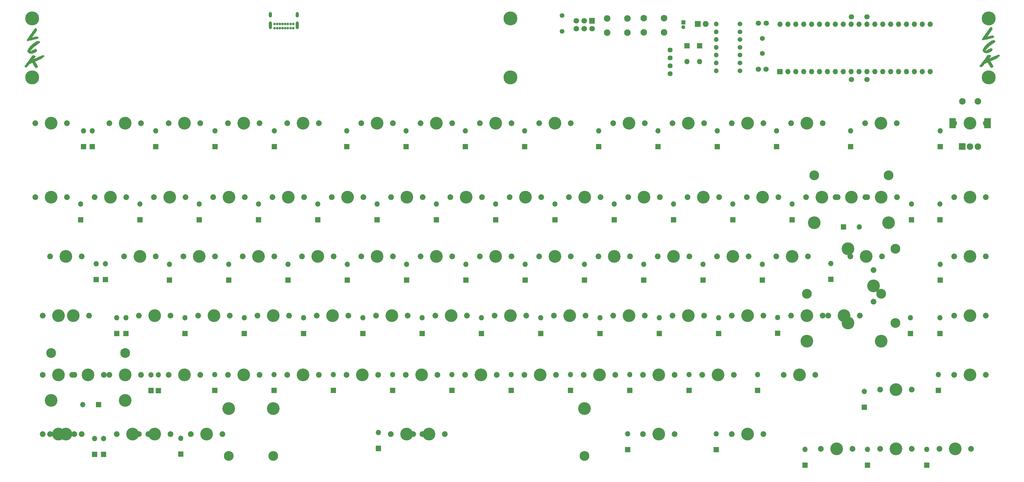
<source format=gbr>
%TF.GenerationSoftware,KiCad,Pcbnew,(5.1.9)-1*%
%TF.CreationDate,2021-10-03T12:51:29-04:00*%
%TF.ProjectId,LCK75,4c434b37-352e-46b6-9963-61645f706362,rev?*%
%TF.SameCoordinates,Original*%
%TF.FileFunction,Soldermask,Top*%
%TF.FilePolarity,Negative*%
%FSLAX46Y46*%
G04 Gerber Fmt 4.6, Leading zero omitted, Abs format (unit mm)*
G04 Created by KiCad (PCBNEW (5.1.9)-1) date 2021-10-03 12:51:29*
%MOMM*%
%LPD*%
G01*
G04 APERTURE LIST*
%ADD10C,0.010000*%
%ADD11C,1.700000*%
%ADD12C,4.500000*%
%ADD13C,1.624000*%
%ADD14C,4.087800*%
%ADD15C,1.850000*%
%ADD16C,3.148000*%
%ADD17C,2.100000*%
%ADD18C,1.300000*%
%ADD19C,1.500000*%
%ADD20C,1.800000*%
%ADD21O,1.700000X1.700000*%
%ADD22O,1.500000X1.500000*%
%ADD23C,1.900000*%
%ADD24C,1.600000*%
%ADD25C,0.800000*%
%ADD26O,1.000000X2.500000*%
%ADD27O,1.000000X1.800000*%
G04 APERTURE END LIST*
D10*
%TO.C,G\u002A\u002A\u002A*%
G36*
X-4612295Y-13975448D02*
G01*
X-4525223Y-14011889D01*
X-4444158Y-14024651D01*
X-4368052Y-14021852D01*
X-4286358Y-14018444D01*
X-4228240Y-14029319D01*
X-4170621Y-14060720D01*
X-4137251Y-14084269D01*
X-4080069Y-14133044D01*
X-4043622Y-14177783D01*
X-4036645Y-14197397D01*
X-4053630Y-14253677D01*
X-4097121Y-14323135D01*
X-4155926Y-14390310D01*
X-4206523Y-14432049D01*
X-4248722Y-14469949D01*
X-4263165Y-14503338D01*
X-4262389Y-14506449D01*
X-4271776Y-14530477D01*
X-4300341Y-14536039D01*
X-4349461Y-14545665D01*
X-4420860Y-14570258D01*
X-4465302Y-14589162D01*
X-4536418Y-14626605D01*
X-4571755Y-14660457D01*
X-4581100Y-14698890D01*
X-4597911Y-14753890D01*
X-4638535Y-14808698D01*
X-4640280Y-14810339D01*
X-4680920Y-14858069D01*
X-4699360Y-14899603D01*
X-4699460Y-14901824D01*
X-4717300Y-14933942D01*
X-4733748Y-14938462D01*
X-4773058Y-14953557D01*
X-4823999Y-14990491D01*
X-4830555Y-14996402D01*
X-4895768Y-15043793D01*
X-4996970Y-15101015D01*
X-5125052Y-15163483D01*
X-5270906Y-15226614D01*
X-5350438Y-15258063D01*
X-5444793Y-15296169D01*
X-5557899Y-15344717D01*
X-5665920Y-15393466D01*
X-5670010Y-15395374D01*
X-5760912Y-15436593D01*
X-5842123Y-15471197D01*
X-5898834Y-15492927D01*
X-5906729Y-15495410D01*
X-5953060Y-15513124D01*
X-6026989Y-15545870D01*
X-6115981Y-15587579D01*
X-6207501Y-15632183D01*
X-6289015Y-15673612D01*
X-6347989Y-15705797D01*
X-6368332Y-15718912D01*
X-6398762Y-15733867D01*
X-6464269Y-15760815D01*
X-6555294Y-15795968D01*
X-6662279Y-15835537D01*
X-6665012Y-15836527D01*
X-6772842Y-15876145D01*
X-6865558Y-15911284D01*
X-6933389Y-15938167D01*
X-6966561Y-15953017D01*
X-6966774Y-15953146D01*
X-6973593Y-15959212D01*
X-6976161Y-15969744D01*
X-6972560Y-15988647D01*
X-6960872Y-16019825D01*
X-6939180Y-16067181D01*
X-6905565Y-16134620D01*
X-6858111Y-16226046D01*
X-6794900Y-16345362D01*
X-6714014Y-16496473D01*
X-6613536Y-16683283D01*
X-6552432Y-16796710D01*
X-6448765Y-16986629D01*
X-6352481Y-17158203D01*
X-6266702Y-17306103D01*
X-6194546Y-17424999D01*
X-6139134Y-17509564D01*
X-6119233Y-17536608D01*
X-6088907Y-17592220D01*
X-6074159Y-17653156D01*
X-6076225Y-17704357D01*
X-6096343Y-17730765D01*
X-6103204Y-17731752D01*
X-6135958Y-17744943D01*
X-6194813Y-17779867D01*
X-6268222Y-17829554D01*
X-6283837Y-17840798D01*
X-6387270Y-17910639D01*
X-6493646Y-17973304D01*
X-6592127Y-18023192D01*
X-6671874Y-18054706D01*
X-6713824Y-18062928D01*
X-6758211Y-18046703D01*
X-6790758Y-18019869D01*
X-6821245Y-17975819D01*
X-6829935Y-17948853D01*
X-6844214Y-17922695D01*
X-6851269Y-17921127D01*
X-6876577Y-17902986D01*
X-6912568Y-17858009D01*
X-6921738Y-17844194D01*
X-7004156Y-17717497D01*
X-7064267Y-17630535D01*
X-7103110Y-17581854D01*
X-7117586Y-17569994D01*
X-7137288Y-17542922D01*
X-7137670Y-17538115D01*
X-7150065Y-17509451D01*
X-7183525Y-17451065D01*
X-7232463Y-17372366D01*
X-7273561Y-17309287D01*
X-7332287Y-17219321D01*
X-7381898Y-17140648D01*
X-7415885Y-17083739D01*
X-7426666Y-17063019D01*
X-7452330Y-17028232D01*
X-7468315Y-17021593D01*
X-7490125Y-17002490D01*
X-7492750Y-16986889D01*
X-7501830Y-16942634D01*
X-7523977Y-16881036D01*
X-7526811Y-16874447D01*
X-7554908Y-16800360D01*
X-7574719Y-16731184D01*
X-7574751Y-16731035D01*
X-7599313Y-16674437D01*
X-7645303Y-16607488D01*
X-7669407Y-16579721D01*
X-7724120Y-16513904D01*
X-7767353Y-16448387D01*
X-7778207Y-16426430D01*
X-7806776Y-16378852D01*
X-7836429Y-16358782D01*
X-7836704Y-16358779D01*
X-7865742Y-16367881D01*
X-7928997Y-16392612D01*
X-8017544Y-16429108D01*
X-8122454Y-16473506D01*
X-8234801Y-16521941D01*
X-8345656Y-16570550D01*
X-8446094Y-16615469D01*
X-8527187Y-16652835D01*
X-8580008Y-16678784D01*
X-8592372Y-16685835D01*
X-8631861Y-16705652D01*
X-8681075Y-16725694D01*
X-8737827Y-16758916D01*
X-8811893Y-16818366D01*
X-8891598Y-16892843D01*
X-8965264Y-16971146D01*
X-9021218Y-17042072D01*
X-9036458Y-17066655D01*
X-9060217Y-17125722D01*
X-9064630Y-17172089D01*
X-9063515Y-17175835D01*
X-9067591Y-17204388D01*
X-9099364Y-17210969D01*
X-9147300Y-17229517D01*
X-9187471Y-17270149D01*
X-9223934Y-17312565D01*
X-9254733Y-17329329D01*
X-9280930Y-17345653D01*
X-9330701Y-17389306D01*
X-9396082Y-17452304D01*
X-9469110Y-17526666D01*
X-9541821Y-17604408D01*
X-9606251Y-17677549D01*
X-9626455Y-17701918D01*
X-9668157Y-17742752D01*
X-9697471Y-17760542D01*
X-9717718Y-17774957D01*
X-9703284Y-17803294D01*
X-9697260Y-17810754D01*
X-9682492Y-17834248D01*
X-9694189Y-17846429D01*
X-9740680Y-17851517D01*
X-9780112Y-17852732D01*
X-9892859Y-17853060D01*
X-9972623Y-17846656D01*
X-10033525Y-17831565D01*
X-10079385Y-17811288D01*
X-10138594Y-17772619D01*
X-10206142Y-17716797D01*
X-10271546Y-17654153D01*
X-10324326Y-17595020D01*
X-10354001Y-17549728D01*
X-10357055Y-17537573D01*
X-10341950Y-17500082D01*
X-10303381Y-17444741D01*
X-10274203Y-17410530D01*
X-10226959Y-17354410D01*
X-10196959Y-17310045D01*
X-10191352Y-17294808D01*
X-10172157Y-17266959D01*
X-10138228Y-17246172D01*
X-10093906Y-17212824D01*
X-10077579Y-17182764D01*
X-10058165Y-17144120D01*
X-10015967Y-17086403D01*
X-9976835Y-17040742D01*
X-9925970Y-16978218D01*
X-9892111Y-16923418D01*
X-9883616Y-16896583D01*
X-9866738Y-16853854D01*
X-9849199Y-16841197D01*
X-9811162Y-16809078D01*
X-9769582Y-16749955D01*
X-9735075Y-16682002D01*
X-9718254Y-16623391D01*
X-9717913Y-16616420D01*
X-9708244Y-16584260D01*
X-9692749Y-16584584D01*
X-9658522Y-16582032D01*
X-9616751Y-16553210D01*
X-9584202Y-16512475D01*
X-9575881Y-16484508D01*
X-9560060Y-16448565D01*
X-9520558Y-16398600D01*
X-9504865Y-16382451D01*
X-9460622Y-16334473D01*
X-9435798Y-16298377D01*
X-9433849Y-16291459D01*
X-9417620Y-16259898D01*
X-9398341Y-16240419D01*
X-9367956Y-16193681D01*
X-9362833Y-16166505D01*
X-9344555Y-16128840D01*
X-9317420Y-16122059D01*
X-9274852Y-16102684D01*
X-9230133Y-16053839D01*
X-9224210Y-16044722D01*
X-9173886Y-15974916D01*
X-9117901Y-15912435D01*
X-9115755Y-15910400D01*
X-9074783Y-15863616D01*
X-9055346Y-15825107D01*
X-9055098Y-15822034D01*
X-9043891Y-15793238D01*
X-9036530Y-15790652D01*
X-9013728Y-15772155D01*
X-8980852Y-15726411D01*
X-8973215Y-15713718D01*
X-8940402Y-15660474D01*
X-8916723Y-15627582D01*
X-8914068Y-15624948D01*
X-8883515Y-15591278D01*
X-8841117Y-15534557D01*
X-8795138Y-15467282D01*
X-8753842Y-15401948D01*
X-8725495Y-15351054D01*
X-8717807Y-15328202D01*
X-8705850Y-15297114D01*
X-8668783Y-15250630D01*
X-8652692Y-15234378D01*
X-8607327Y-15178213D01*
X-8582977Y-15123327D01*
X-8581659Y-15111573D01*
X-8572963Y-15069251D01*
X-8557987Y-15056822D01*
X-8538653Y-15037028D01*
X-8534315Y-15010221D01*
X-8522566Y-14976414D01*
X-8504725Y-14974563D01*
X-8491385Y-14976702D01*
X-8475817Y-14969350D01*
X-8453575Y-14947062D01*
X-8420213Y-14904394D01*
X-8371284Y-14835902D01*
X-8302342Y-14736141D01*
X-8262559Y-14678071D01*
X-8194371Y-14579620D01*
X-8114913Y-14466648D01*
X-8040856Y-14362853D01*
X-8037717Y-14358499D01*
X-7981548Y-14278508D01*
X-7936070Y-14209773D01*
X-7908755Y-14163729D01*
X-7904918Y-14155237D01*
X-7876913Y-14124558D01*
X-7820594Y-14086432D01*
X-7752102Y-14049693D01*
X-7687582Y-14023176D01*
X-7649141Y-14015256D01*
X-7610860Y-14023884D01*
X-7545879Y-14046102D01*
X-7493466Y-14066770D01*
X-7415716Y-14095655D01*
X-7365508Y-14103685D01*
X-7328900Y-14092818D01*
X-7324927Y-14090442D01*
X-7240976Y-14064583D01*
X-7135024Y-14078829D01*
X-7026172Y-14122794D01*
X-6925426Y-14181494D01*
X-6845988Y-14244321D01*
X-6796065Y-14303814D01*
X-6782891Y-14343973D01*
X-6798399Y-14381870D01*
X-6840777Y-14446891D01*
X-6904325Y-14531802D01*
X-6983341Y-14629368D01*
X-7072124Y-14732356D01*
X-7164971Y-14833532D01*
X-7186132Y-14855610D01*
X-7260478Y-14934668D01*
X-7336487Y-15019159D01*
X-7407808Y-15101539D01*
X-7468086Y-15174268D01*
X-7510970Y-15229803D01*
X-7530107Y-15260603D01*
X-7530149Y-15264032D01*
X-7505421Y-15257770D01*
X-7440908Y-15231956D01*
X-7339380Y-15187787D01*
X-7203609Y-15126462D01*
X-7078490Y-15068776D01*
X-6986118Y-15027824D01*
X-6889767Y-14987981D01*
X-6853607Y-14973996D01*
X-6765847Y-14939133D01*
X-6667617Y-14897225D01*
X-6628723Y-14879731D01*
X-6495938Y-14818849D01*
X-6396080Y-14773630D01*
X-6319185Y-14739697D01*
X-6255288Y-14712670D01*
X-6194423Y-14688171D01*
X-6178956Y-14682102D01*
X-6102730Y-14651682D01*
X-5996709Y-14608533D01*
X-5870228Y-14556539D01*
X-5732622Y-14499584D01*
X-5593227Y-14441554D01*
X-5461377Y-14386334D01*
X-5346408Y-14337808D01*
X-5257654Y-14299861D01*
X-5208407Y-14278194D01*
X-5101131Y-14235699D01*
X-4967721Y-14195243D01*
X-4876999Y-14171973D01*
X-4812054Y-14152786D01*
X-4739322Y-14126705D01*
X-4675794Y-14100331D01*
X-4638462Y-14080266D01*
X-4636485Y-14078532D01*
X-4638403Y-14050951D01*
X-4663867Y-14003278D01*
X-4673156Y-13990081D01*
X-4726341Y-13918144D01*
X-4612295Y-13975448D01*
G37*
X-4612295Y-13975448D02*
X-4525223Y-14011889D01*
X-4444158Y-14024651D01*
X-4368052Y-14021852D01*
X-4286358Y-14018444D01*
X-4228240Y-14029319D01*
X-4170621Y-14060720D01*
X-4137251Y-14084269D01*
X-4080069Y-14133044D01*
X-4043622Y-14177783D01*
X-4036645Y-14197397D01*
X-4053630Y-14253677D01*
X-4097121Y-14323135D01*
X-4155926Y-14390310D01*
X-4206523Y-14432049D01*
X-4248722Y-14469949D01*
X-4263165Y-14503338D01*
X-4262389Y-14506449D01*
X-4271776Y-14530477D01*
X-4300341Y-14536039D01*
X-4349461Y-14545665D01*
X-4420860Y-14570258D01*
X-4465302Y-14589162D01*
X-4536418Y-14626605D01*
X-4571755Y-14660457D01*
X-4581100Y-14698890D01*
X-4597911Y-14753890D01*
X-4638535Y-14808698D01*
X-4640280Y-14810339D01*
X-4680920Y-14858069D01*
X-4699360Y-14899603D01*
X-4699460Y-14901824D01*
X-4717300Y-14933942D01*
X-4733748Y-14938462D01*
X-4773058Y-14953557D01*
X-4823999Y-14990491D01*
X-4830555Y-14996402D01*
X-4895768Y-15043793D01*
X-4996970Y-15101015D01*
X-5125052Y-15163483D01*
X-5270906Y-15226614D01*
X-5350438Y-15258063D01*
X-5444793Y-15296169D01*
X-5557899Y-15344717D01*
X-5665920Y-15393466D01*
X-5670010Y-15395374D01*
X-5760912Y-15436593D01*
X-5842123Y-15471197D01*
X-5898834Y-15492927D01*
X-5906729Y-15495410D01*
X-5953060Y-15513124D01*
X-6026989Y-15545870D01*
X-6115981Y-15587579D01*
X-6207501Y-15632183D01*
X-6289015Y-15673612D01*
X-6347989Y-15705797D01*
X-6368332Y-15718912D01*
X-6398762Y-15733867D01*
X-6464269Y-15760815D01*
X-6555294Y-15795968D01*
X-6662279Y-15835537D01*
X-6665012Y-15836527D01*
X-6772842Y-15876145D01*
X-6865558Y-15911284D01*
X-6933389Y-15938167D01*
X-6966561Y-15953017D01*
X-6966774Y-15953146D01*
X-6973593Y-15959212D01*
X-6976161Y-15969744D01*
X-6972560Y-15988647D01*
X-6960872Y-16019825D01*
X-6939180Y-16067181D01*
X-6905565Y-16134620D01*
X-6858111Y-16226046D01*
X-6794900Y-16345362D01*
X-6714014Y-16496473D01*
X-6613536Y-16683283D01*
X-6552432Y-16796710D01*
X-6448765Y-16986629D01*
X-6352481Y-17158203D01*
X-6266702Y-17306103D01*
X-6194546Y-17424999D01*
X-6139134Y-17509564D01*
X-6119233Y-17536608D01*
X-6088907Y-17592220D01*
X-6074159Y-17653156D01*
X-6076225Y-17704357D01*
X-6096343Y-17730765D01*
X-6103204Y-17731752D01*
X-6135958Y-17744943D01*
X-6194813Y-17779867D01*
X-6268222Y-17829554D01*
X-6283837Y-17840798D01*
X-6387270Y-17910639D01*
X-6493646Y-17973304D01*
X-6592127Y-18023192D01*
X-6671874Y-18054706D01*
X-6713824Y-18062928D01*
X-6758211Y-18046703D01*
X-6790758Y-18019869D01*
X-6821245Y-17975819D01*
X-6829935Y-17948853D01*
X-6844214Y-17922695D01*
X-6851269Y-17921127D01*
X-6876577Y-17902986D01*
X-6912568Y-17858009D01*
X-6921738Y-17844194D01*
X-7004156Y-17717497D01*
X-7064267Y-17630535D01*
X-7103110Y-17581854D01*
X-7117586Y-17569994D01*
X-7137288Y-17542922D01*
X-7137670Y-17538115D01*
X-7150065Y-17509451D01*
X-7183525Y-17451065D01*
X-7232463Y-17372366D01*
X-7273561Y-17309287D01*
X-7332287Y-17219321D01*
X-7381898Y-17140648D01*
X-7415885Y-17083739D01*
X-7426666Y-17063019D01*
X-7452330Y-17028232D01*
X-7468315Y-17021593D01*
X-7490125Y-17002490D01*
X-7492750Y-16986889D01*
X-7501830Y-16942634D01*
X-7523977Y-16881036D01*
X-7526811Y-16874447D01*
X-7554908Y-16800360D01*
X-7574719Y-16731184D01*
X-7574751Y-16731035D01*
X-7599313Y-16674437D01*
X-7645303Y-16607488D01*
X-7669407Y-16579721D01*
X-7724120Y-16513904D01*
X-7767353Y-16448387D01*
X-7778207Y-16426430D01*
X-7806776Y-16378852D01*
X-7836429Y-16358782D01*
X-7836704Y-16358779D01*
X-7865742Y-16367881D01*
X-7928997Y-16392612D01*
X-8017544Y-16429108D01*
X-8122454Y-16473506D01*
X-8234801Y-16521941D01*
X-8345656Y-16570550D01*
X-8446094Y-16615469D01*
X-8527187Y-16652835D01*
X-8580008Y-16678784D01*
X-8592372Y-16685835D01*
X-8631861Y-16705652D01*
X-8681075Y-16725694D01*
X-8737827Y-16758916D01*
X-8811893Y-16818366D01*
X-8891598Y-16892843D01*
X-8965264Y-16971146D01*
X-9021218Y-17042072D01*
X-9036458Y-17066655D01*
X-9060217Y-17125722D01*
X-9064630Y-17172089D01*
X-9063515Y-17175835D01*
X-9067591Y-17204388D01*
X-9099364Y-17210969D01*
X-9147300Y-17229517D01*
X-9187471Y-17270149D01*
X-9223934Y-17312565D01*
X-9254733Y-17329329D01*
X-9280930Y-17345653D01*
X-9330701Y-17389306D01*
X-9396082Y-17452304D01*
X-9469110Y-17526666D01*
X-9541821Y-17604408D01*
X-9606251Y-17677549D01*
X-9626455Y-17701918D01*
X-9668157Y-17742752D01*
X-9697471Y-17760542D01*
X-9717718Y-17774957D01*
X-9703284Y-17803294D01*
X-9697260Y-17810754D01*
X-9682492Y-17834248D01*
X-9694189Y-17846429D01*
X-9740680Y-17851517D01*
X-9780112Y-17852732D01*
X-9892859Y-17853060D01*
X-9972623Y-17846656D01*
X-10033525Y-17831565D01*
X-10079385Y-17811288D01*
X-10138594Y-17772619D01*
X-10206142Y-17716797D01*
X-10271546Y-17654153D01*
X-10324326Y-17595020D01*
X-10354001Y-17549728D01*
X-10357055Y-17537573D01*
X-10341950Y-17500082D01*
X-10303381Y-17444741D01*
X-10274203Y-17410530D01*
X-10226959Y-17354410D01*
X-10196959Y-17310045D01*
X-10191352Y-17294808D01*
X-10172157Y-17266959D01*
X-10138228Y-17246172D01*
X-10093906Y-17212824D01*
X-10077579Y-17182764D01*
X-10058165Y-17144120D01*
X-10015967Y-17086403D01*
X-9976835Y-17040742D01*
X-9925970Y-16978218D01*
X-9892111Y-16923418D01*
X-9883616Y-16896583D01*
X-9866738Y-16853854D01*
X-9849199Y-16841197D01*
X-9811162Y-16809078D01*
X-9769582Y-16749955D01*
X-9735075Y-16682002D01*
X-9718254Y-16623391D01*
X-9717913Y-16616420D01*
X-9708244Y-16584260D01*
X-9692749Y-16584584D01*
X-9658522Y-16582032D01*
X-9616751Y-16553210D01*
X-9584202Y-16512475D01*
X-9575881Y-16484508D01*
X-9560060Y-16448565D01*
X-9520558Y-16398600D01*
X-9504865Y-16382451D01*
X-9460622Y-16334473D01*
X-9435798Y-16298377D01*
X-9433849Y-16291459D01*
X-9417620Y-16259898D01*
X-9398341Y-16240419D01*
X-9367956Y-16193681D01*
X-9362833Y-16166505D01*
X-9344555Y-16128840D01*
X-9317420Y-16122059D01*
X-9274852Y-16102684D01*
X-9230133Y-16053839D01*
X-9224210Y-16044722D01*
X-9173886Y-15974916D01*
X-9117901Y-15912435D01*
X-9115755Y-15910400D01*
X-9074783Y-15863616D01*
X-9055346Y-15825107D01*
X-9055098Y-15822034D01*
X-9043891Y-15793238D01*
X-9036530Y-15790652D01*
X-9013728Y-15772155D01*
X-8980852Y-15726411D01*
X-8973215Y-15713718D01*
X-8940402Y-15660474D01*
X-8916723Y-15627582D01*
X-8914068Y-15624948D01*
X-8883515Y-15591278D01*
X-8841117Y-15534557D01*
X-8795138Y-15467282D01*
X-8753842Y-15401948D01*
X-8725495Y-15351054D01*
X-8717807Y-15328202D01*
X-8705850Y-15297114D01*
X-8668783Y-15250630D01*
X-8652692Y-15234378D01*
X-8607327Y-15178213D01*
X-8582977Y-15123327D01*
X-8581659Y-15111573D01*
X-8572963Y-15069251D01*
X-8557987Y-15056822D01*
X-8538653Y-15037028D01*
X-8534315Y-15010221D01*
X-8522566Y-14976414D01*
X-8504725Y-14974563D01*
X-8491385Y-14976702D01*
X-8475817Y-14969350D01*
X-8453575Y-14947062D01*
X-8420213Y-14904394D01*
X-8371284Y-14835902D01*
X-8302342Y-14736141D01*
X-8262559Y-14678071D01*
X-8194371Y-14579620D01*
X-8114913Y-14466648D01*
X-8040856Y-14362853D01*
X-8037717Y-14358499D01*
X-7981548Y-14278508D01*
X-7936070Y-14209773D01*
X-7908755Y-14163729D01*
X-7904918Y-14155237D01*
X-7876913Y-14124558D01*
X-7820594Y-14086432D01*
X-7752102Y-14049693D01*
X-7687582Y-14023176D01*
X-7649141Y-14015256D01*
X-7610860Y-14023884D01*
X-7545879Y-14046102D01*
X-7493466Y-14066770D01*
X-7415716Y-14095655D01*
X-7365508Y-14103685D01*
X-7328900Y-14092818D01*
X-7324927Y-14090442D01*
X-7240976Y-14064583D01*
X-7135024Y-14078829D01*
X-7026172Y-14122794D01*
X-6925426Y-14181494D01*
X-6845988Y-14244321D01*
X-6796065Y-14303814D01*
X-6782891Y-14343973D01*
X-6798399Y-14381870D01*
X-6840777Y-14446891D01*
X-6904325Y-14531802D01*
X-6983341Y-14629368D01*
X-7072124Y-14732356D01*
X-7164971Y-14833532D01*
X-7186132Y-14855610D01*
X-7260478Y-14934668D01*
X-7336487Y-15019159D01*
X-7407808Y-15101539D01*
X-7468086Y-15174268D01*
X-7510970Y-15229803D01*
X-7530107Y-15260603D01*
X-7530149Y-15264032D01*
X-7505421Y-15257770D01*
X-7440908Y-15231956D01*
X-7339380Y-15187787D01*
X-7203609Y-15126462D01*
X-7078490Y-15068776D01*
X-6986118Y-15027824D01*
X-6889767Y-14987981D01*
X-6853607Y-14973996D01*
X-6765847Y-14939133D01*
X-6667617Y-14897225D01*
X-6628723Y-14879731D01*
X-6495938Y-14818849D01*
X-6396080Y-14773630D01*
X-6319185Y-14739697D01*
X-6255288Y-14712670D01*
X-6194423Y-14688171D01*
X-6178956Y-14682102D01*
X-6102730Y-14651682D01*
X-5996709Y-14608533D01*
X-5870228Y-14556539D01*
X-5732622Y-14499584D01*
X-5593227Y-14441554D01*
X-5461377Y-14386334D01*
X-5346408Y-14337808D01*
X-5257654Y-14299861D01*
X-5208407Y-14278194D01*
X-5101131Y-14235699D01*
X-4967721Y-14195243D01*
X-4876999Y-14171973D01*
X-4812054Y-14152786D01*
X-4739322Y-14126705D01*
X-4675794Y-14100331D01*
X-4638462Y-14080266D01*
X-4636485Y-14078532D01*
X-4638403Y-14050951D01*
X-4663867Y-14003278D01*
X-4673156Y-13990081D01*
X-4726341Y-13918144D01*
X-4612295Y-13975448D01*
G36*
X302376449Y-13805073D02*
G01*
X302420911Y-13826146D01*
X302499459Y-13857453D01*
X302577739Y-13864426D01*
X302632845Y-13859233D01*
X302713101Y-13853562D01*
X302776475Y-13866008D01*
X302848958Y-13902016D01*
X302855638Y-13905908D01*
X302937036Y-13964037D01*
X302975960Y-14021594D01*
X302976561Y-14086211D01*
X302968171Y-14112735D01*
X302936313Y-14163920D01*
X302881111Y-14225635D01*
X302814553Y-14287191D01*
X302748626Y-14337901D01*
X302695318Y-14367074D01*
X302679263Y-14370335D01*
X302641607Y-14379018D01*
X302633439Y-14390440D01*
X302613535Y-14410511D01*
X302563045Y-14438552D01*
X302530818Y-14452864D01*
X302467632Y-14482985D01*
X302440052Y-14510812D01*
X302438101Y-14546850D01*
X302438658Y-14549906D01*
X302429127Y-14610273D01*
X302387411Y-14661819D01*
X302345713Y-14710701D01*
X302325952Y-14754014D01*
X302325703Y-14757719D01*
X302306210Y-14790215D01*
X302282028Y-14796430D01*
X302234156Y-14813052D01*
X302194406Y-14844991D01*
X302149803Y-14879143D01*
X302067950Y-14927110D01*
X301955758Y-14985646D01*
X301820139Y-15051500D01*
X301668003Y-15121424D01*
X301506262Y-15192169D01*
X301341827Y-15260486D01*
X301181609Y-15323126D01*
X301160399Y-15331075D01*
X301107189Y-15353200D01*
X301021881Y-15391292D01*
X300914934Y-15440576D01*
X300796808Y-15496275D01*
X300757976Y-15514855D01*
X300622566Y-15577803D01*
X300479147Y-15640986D01*
X300343868Y-15697487D01*
X300232883Y-15740392D01*
X300222516Y-15744104D01*
X300127324Y-15780293D01*
X300050154Y-15814302D01*
X300001287Y-15841343D01*
X299989699Y-15852547D01*
X299996409Y-15883183D01*
X300022773Y-15946564D01*
X300064931Y-16034345D01*
X300119017Y-16138182D01*
X300138508Y-16173973D01*
X300214684Y-16313085D01*
X300299511Y-16469148D01*
X300382009Y-16621904D01*
X300443974Y-16737530D01*
X300539655Y-16914816D01*
X300629284Y-17076639D01*
X300709304Y-17216798D01*
X300776155Y-17329095D01*
X300826277Y-17407332D01*
X300838095Y-17424017D01*
X300876696Y-17491210D01*
X300903835Y-17560463D01*
X300915032Y-17614212D01*
X300900817Y-17643853D01*
X300851592Y-17669026D01*
X300850568Y-17669457D01*
X300789109Y-17702005D01*
X300712051Y-17751596D01*
X300662544Y-17787484D01*
X300601064Y-17833299D01*
X300555858Y-17864593D01*
X300538968Y-17873784D01*
X300513307Y-17882868D01*
X300457787Y-17906450D01*
X300398658Y-17932963D01*
X300298710Y-17974400D01*
X300233488Y-17990541D01*
X300198267Y-17982268D01*
X300191283Y-17971720D01*
X300172555Y-17940738D01*
X300136879Y-17891327D01*
X300130448Y-17882951D01*
X300088600Y-17825823D01*
X300034557Y-17748013D01*
X299991955Y-17684408D01*
X299940806Y-17610599D01*
X299893511Y-17549115D01*
X299864495Y-17517383D01*
X299822723Y-17464189D01*
X299805888Y-17427945D01*
X299785587Y-17385485D01*
X299745311Y-17316138D01*
X299692160Y-17231854D01*
X299664893Y-17190689D01*
X299608635Y-17105370D01*
X299562035Y-17031465D01*
X299531990Y-16980063D01*
X299525411Y-16966474D01*
X299500668Y-16932665D01*
X299485813Y-16926906D01*
X299465324Y-16907302D01*
X299461398Y-16884086D01*
X299447558Y-16831649D01*
X299426643Y-16795316D01*
X299398307Y-16736732D01*
X299391135Y-16696907D01*
X299380397Y-16637829D01*
X299354875Y-16571562D01*
X299322440Y-16513807D01*
X299290966Y-16480268D01*
X299280951Y-16477139D01*
X299254311Y-16457882D01*
X299216480Y-16408157D01*
X299186886Y-16358779D01*
X299149576Y-16294579D01*
X299120061Y-16251595D01*
X299107757Y-16240419D01*
X299079464Y-16249732D01*
X299017140Y-16275018D01*
X298929689Y-16312299D01*
X298826014Y-16357597D01*
X298715019Y-16406933D01*
X298605609Y-16456329D01*
X298506686Y-16501807D01*
X298427154Y-16539388D01*
X298375917Y-16565095D01*
X298361836Y-16573708D01*
X298321106Y-16592065D01*
X298290820Y-16595833D01*
X298240963Y-16612157D01*
X298175453Y-16655540D01*
X298101245Y-16718426D01*
X298025296Y-16793255D01*
X297954560Y-16872470D01*
X297895994Y-16948512D01*
X297856554Y-17013824D01*
X297843195Y-17060846D01*
X297849102Y-17075803D01*
X297873841Y-17113733D01*
X297854661Y-17134809D01*
X297807084Y-17139953D01*
X297737117Y-17159828D01*
X297700014Y-17199133D01*
X297662084Y-17241660D01*
X297628380Y-17258313D01*
X297593801Y-17275279D01*
X297547201Y-17317692D01*
X297531789Y-17335247D01*
X297484880Y-17389300D01*
X297417913Y-17463324D01*
X297343691Y-17543211D01*
X297327322Y-17560528D01*
X297265348Y-17629457D01*
X297220404Y-17686452D01*
X297199317Y-17722535D01*
X297199115Y-17729144D01*
X297184661Y-17742179D01*
X297134480Y-17755711D01*
X297071686Y-17765247D01*
X296947323Y-17767943D01*
X296839952Y-17741732D01*
X296736988Y-17681679D01*
X296638518Y-17595437D01*
X296577766Y-17526206D01*
X296537792Y-17461710D01*
X296521984Y-17410404D01*
X296533730Y-17380743D01*
X296550884Y-17376673D01*
X296586275Y-17358327D01*
X296630105Y-17314093D01*
X296669140Y-17260175D01*
X296690147Y-17212778D01*
X296691032Y-17205051D01*
X296711055Y-17170197D01*
X296739716Y-17163625D01*
X296780031Y-17147006D01*
X296801714Y-17093310D01*
X296824226Y-17038998D01*
X296856710Y-17010003D01*
X296896923Y-16979816D01*
X296924399Y-16938287D01*
X296951394Y-16894997D01*
X296973455Y-16879562D01*
X296993544Y-16859150D01*
X297011047Y-16809913D01*
X297011351Y-16808546D01*
X297031151Y-16758776D01*
X297057198Y-16737539D01*
X297057704Y-16737530D01*
X297087089Y-16717808D01*
X297116398Y-16669991D01*
X297117875Y-16666514D01*
X297143820Y-16617703D01*
X297166873Y-16595611D01*
X297168091Y-16595498D01*
X297183732Y-16575224D01*
X297188891Y-16536318D01*
X297199882Y-16490830D01*
X297220730Y-16477139D01*
X297265243Y-16457782D01*
X297307310Y-16412525D01*
X297330142Y-16360586D01*
X297330922Y-16350997D01*
X297342550Y-16316976D01*
X297354594Y-16311435D01*
X297375596Y-16292262D01*
X297378266Y-16275927D01*
X297397262Y-16244684D01*
X297414360Y-16240419D01*
X297449160Y-16220665D01*
X297472080Y-16183539D01*
X297497827Y-16134159D01*
X297518838Y-16111126D01*
X297539975Y-16076894D01*
X297543970Y-16049647D01*
X297561422Y-16011039D01*
X297591017Y-16003700D01*
X297636546Y-15982905D01*
X297686613Y-15926803D01*
X297694470Y-15914930D01*
X297742072Y-15847926D01*
X297790388Y-15791552D01*
X297801291Y-15781065D01*
X297838344Y-15737616D01*
X297851705Y-15704131D01*
X297862773Y-15675022D01*
X297870273Y-15672292D01*
X297893016Y-15653761D01*
X297925709Y-15607943D01*
X297933218Y-15595359D01*
X297971782Y-15533938D01*
X298006877Y-15486366D01*
X298009916Y-15482917D01*
X298071740Y-15409939D01*
X298129733Y-15332897D01*
X298176063Y-15263164D01*
X298202897Y-15212116D01*
X298206555Y-15197364D01*
X298222769Y-15158253D01*
X298262719Y-15107416D01*
X298275437Y-15094594D01*
X298338815Y-15002381D01*
X298359365Y-14926959D01*
X298373282Y-14862238D01*
X298392757Y-14835508D01*
X298414990Y-14834904D01*
X298454341Y-14822561D01*
X298505650Y-14767791D01*
X298531187Y-14731801D01*
X298586012Y-14651098D01*
X298652380Y-14554672D01*
X298706521Y-14476859D01*
X298773956Y-14379795D01*
X298846816Y-14273726D01*
X298896706Y-14200282D01*
X298945855Y-14130233D01*
X298987130Y-14076502D01*
X299011353Y-14050936D01*
X299032618Y-14016919D01*
X299035707Y-13996105D01*
X299058541Y-13960551D01*
X299123417Y-13919577D01*
X299161908Y-13901652D01*
X299287705Y-13847228D01*
X299426047Y-13898988D01*
X299510221Y-13927446D01*
X299568662Y-13937303D01*
X299618277Y-13930532D01*
X299638852Y-13923822D01*
X299710894Y-13902800D01*
X299772453Y-13901280D01*
X299841102Y-13921387D01*
X299919563Y-13957774D01*
X300031091Y-14022764D01*
X300114011Y-14090140D01*
X300161984Y-14154026D01*
X300171424Y-14191306D01*
X300155634Y-14234873D01*
X300111956Y-14305303D01*
X300045701Y-14395706D01*
X299962180Y-14499195D01*
X299866704Y-14608880D01*
X299768783Y-14713557D01*
X299701434Y-14785162D01*
X299629739Y-14865098D01*
X299559969Y-14945857D01*
X299498398Y-15019928D01*
X299451299Y-15079801D01*
X299424943Y-15117967D01*
X299422754Y-15127838D01*
X299447433Y-15118897D01*
X299506331Y-15094692D01*
X299590387Y-15059146D01*
X299690539Y-15016184D01*
X299797726Y-14969728D01*
X299902885Y-14923704D01*
X299996956Y-14882035D01*
X300070877Y-14848644D01*
X300110095Y-14830197D01*
X300164403Y-14806616D01*
X300200346Y-14796440D01*
X300200891Y-14796430D01*
X300231821Y-14787001D01*
X300292851Y-14762143D01*
X300371441Y-14726998D01*
X300380711Y-14722682D01*
X300553878Y-14643929D01*
X300755173Y-14555980D01*
X300968232Y-14465825D01*
X301176692Y-14380453D01*
X301254618Y-14349408D01*
X301393670Y-14293873D01*
X301524682Y-14240353D01*
X301640127Y-14192033D01*
X301732479Y-14152099D01*
X301794214Y-14123736D01*
X301816376Y-14111615D01*
X301850027Y-14096806D01*
X301915893Y-14075374D01*
X302000163Y-14051787D01*
X302006132Y-14050239D01*
X302098980Y-14024174D01*
X302181839Y-13997292D01*
X302235758Y-13975854D01*
X302299118Y-13952436D01*
X302348200Y-13944240D01*
X302388742Y-13935522D01*
X302390866Y-13906176D01*
X302361964Y-13859995D01*
X302331463Y-13812313D01*
X302335831Y-13794270D01*
X302376449Y-13805073D01*
G37*
X302376449Y-13805073D02*
X302420911Y-13826146D01*
X302499459Y-13857453D01*
X302577739Y-13864426D01*
X302632845Y-13859233D01*
X302713101Y-13853562D01*
X302776475Y-13866008D01*
X302848958Y-13902016D01*
X302855638Y-13905908D01*
X302937036Y-13964037D01*
X302975960Y-14021594D01*
X302976561Y-14086211D01*
X302968171Y-14112735D01*
X302936313Y-14163920D01*
X302881111Y-14225635D01*
X302814553Y-14287191D01*
X302748626Y-14337901D01*
X302695318Y-14367074D01*
X302679263Y-14370335D01*
X302641607Y-14379018D01*
X302633439Y-14390440D01*
X302613535Y-14410511D01*
X302563045Y-14438552D01*
X302530818Y-14452864D01*
X302467632Y-14482985D01*
X302440052Y-14510812D01*
X302438101Y-14546850D01*
X302438658Y-14549906D01*
X302429127Y-14610273D01*
X302387411Y-14661819D01*
X302345713Y-14710701D01*
X302325952Y-14754014D01*
X302325703Y-14757719D01*
X302306210Y-14790215D01*
X302282028Y-14796430D01*
X302234156Y-14813052D01*
X302194406Y-14844991D01*
X302149803Y-14879143D01*
X302067950Y-14927110D01*
X301955758Y-14985646D01*
X301820139Y-15051500D01*
X301668003Y-15121424D01*
X301506262Y-15192169D01*
X301341827Y-15260486D01*
X301181609Y-15323126D01*
X301160399Y-15331075D01*
X301107189Y-15353200D01*
X301021881Y-15391292D01*
X300914934Y-15440576D01*
X300796808Y-15496275D01*
X300757976Y-15514855D01*
X300622566Y-15577803D01*
X300479147Y-15640986D01*
X300343868Y-15697487D01*
X300232883Y-15740392D01*
X300222516Y-15744104D01*
X300127324Y-15780293D01*
X300050154Y-15814302D01*
X300001287Y-15841343D01*
X299989699Y-15852547D01*
X299996409Y-15883183D01*
X300022773Y-15946564D01*
X300064931Y-16034345D01*
X300119017Y-16138182D01*
X300138508Y-16173973D01*
X300214684Y-16313085D01*
X300299511Y-16469148D01*
X300382009Y-16621904D01*
X300443974Y-16737530D01*
X300539655Y-16914816D01*
X300629284Y-17076639D01*
X300709304Y-17216798D01*
X300776155Y-17329095D01*
X300826277Y-17407332D01*
X300838095Y-17424017D01*
X300876696Y-17491210D01*
X300903835Y-17560463D01*
X300915032Y-17614212D01*
X300900817Y-17643853D01*
X300851592Y-17669026D01*
X300850568Y-17669457D01*
X300789109Y-17702005D01*
X300712051Y-17751596D01*
X300662544Y-17787484D01*
X300601064Y-17833299D01*
X300555858Y-17864593D01*
X300538968Y-17873784D01*
X300513307Y-17882868D01*
X300457787Y-17906450D01*
X300398658Y-17932963D01*
X300298710Y-17974400D01*
X300233488Y-17990541D01*
X300198267Y-17982268D01*
X300191283Y-17971720D01*
X300172555Y-17940738D01*
X300136879Y-17891327D01*
X300130448Y-17882951D01*
X300088600Y-17825823D01*
X300034557Y-17748013D01*
X299991955Y-17684408D01*
X299940806Y-17610599D01*
X299893511Y-17549115D01*
X299864495Y-17517383D01*
X299822723Y-17464189D01*
X299805888Y-17427945D01*
X299785587Y-17385485D01*
X299745311Y-17316138D01*
X299692160Y-17231854D01*
X299664893Y-17190689D01*
X299608635Y-17105370D01*
X299562035Y-17031465D01*
X299531990Y-16980063D01*
X299525411Y-16966474D01*
X299500668Y-16932665D01*
X299485813Y-16926906D01*
X299465324Y-16907302D01*
X299461398Y-16884086D01*
X299447558Y-16831649D01*
X299426643Y-16795316D01*
X299398307Y-16736732D01*
X299391135Y-16696907D01*
X299380397Y-16637829D01*
X299354875Y-16571562D01*
X299322440Y-16513807D01*
X299290966Y-16480268D01*
X299280951Y-16477139D01*
X299254311Y-16457882D01*
X299216480Y-16408157D01*
X299186886Y-16358779D01*
X299149576Y-16294579D01*
X299120061Y-16251595D01*
X299107757Y-16240419D01*
X299079464Y-16249732D01*
X299017140Y-16275018D01*
X298929689Y-16312299D01*
X298826014Y-16357597D01*
X298715019Y-16406933D01*
X298605609Y-16456329D01*
X298506686Y-16501807D01*
X298427154Y-16539388D01*
X298375917Y-16565095D01*
X298361836Y-16573708D01*
X298321106Y-16592065D01*
X298290820Y-16595833D01*
X298240963Y-16612157D01*
X298175453Y-16655540D01*
X298101245Y-16718426D01*
X298025296Y-16793255D01*
X297954560Y-16872470D01*
X297895994Y-16948512D01*
X297856554Y-17013824D01*
X297843195Y-17060846D01*
X297849102Y-17075803D01*
X297873841Y-17113733D01*
X297854661Y-17134809D01*
X297807084Y-17139953D01*
X297737117Y-17159828D01*
X297700014Y-17199133D01*
X297662084Y-17241660D01*
X297628380Y-17258313D01*
X297593801Y-17275279D01*
X297547201Y-17317692D01*
X297531789Y-17335247D01*
X297484880Y-17389300D01*
X297417913Y-17463324D01*
X297343691Y-17543211D01*
X297327322Y-17560528D01*
X297265348Y-17629457D01*
X297220404Y-17686452D01*
X297199317Y-17722535D01*
X297199115Y-17729144D01*
X297184661Y-17742179D01*
X297134480Y-17755711D01*
X297071686Y-17765247D01*
X296947323Y-17767943D01*
X296839952Y-17741732D01*
X296736988Y-17681679D01*
X296638518Y-17595437D01*
X296577766Y-17526206D01*
X296537792Y-17461710D01*
X296521984Y-17410404D01*
X296533730Y-17380743D01*
X296550884Y-17376673D01*
X296586275Y-17358327D01*
X296630105Y-17314093D01*
X296669140Y-17260175D01*
X296690147Y-17212778D01*
X296691032Y-17205051D01*
X296711055Y-17170197D01*
X296739716Y-17163625D01*
X296780031Y-17147006D01*
X296801714Y-17093310D01*
X296824226Y-17038998D01*
X296856710Y-17010003D01*
X296896923Y-16979816D01*
X296924399Y-16938287D01*
X296951394Y-16894997D01*
X296973455Y-16879562D01*
X296993544Y-16859150D01*
X297011047Y-16809913D01*
X297011351Y-16808546D01*
X297031151Y-16758776D01*
X297057198Y-16737539D01*
X297057704Y-16737530D01*
X297087089Y-16717808D01*
X297116398Y-16669991D01*
X297117875Y-16666514D01*
X297143820Y-16617703D01*
X297166873Y-16595611D01*
X297168091Y-16595498D01*
X297183732Y-16575224D01*
X297188891Y-16536318D01*
X297199882Y-16490830D01*
X297220730Y-16477139D01*
X297265243Y-16457782D01*
X297307310Y-16412525D01*
X297330142Y-16360586D01*
X297330922Y-16350997D01*
X297342550Y-16316976D01*
X297354594Y-16311435D01*
X297375596Y-16292262D01*
X297378266Y-16275927D01*
X297397262Y-16244684D01*
X297414360Y-16240419D01*
X297449160Y-16220665D01*
X297472080Y-16183539D01*
X297497827Y-16134159D01*
X297518838Y-16111126D01*
X297539975Y-16076894D01*
X297543970Y-16049647D01*
X297561422Y-16011039D01*
X297591017Y-16003700D01*
X297636546Y-15982905D01*
X297686613Y-15926803D01*
X297694470Y-15914930D01*
X297742072Y-15847926D01*
X297790388Y-15791552D01*
X297801291Y-15781065D01*
X297838344Y-15737616D01*
X297851705Y-15704131D01*
X297862773Y-15675022D01*
X297870273Y-15672292D01*
X297893016Y-15653761D01*
X297925709Y-15607943D01*
X297933218Y-15595359D01*
X297971782Y-15533938D01*
X298006877Y-15486366D01*
X298009916Y-15482917D01*
X298071740Y-15409939D01*
X298129733Y-15332897D01*
X298176063Y-15263164D01*
X298202897Y-15212116D01*
X298206555Y-15197364D01*
X298222769Y-15158253D01*
X298262719Y-15107416D01*
X298275437Y-15094594D01*
X298338815Y-15002381D01*
X298359365Y-14926959D01*
X298373282Y-14862238D01*
X298392757Y-14835508D01*
X298414990Y-14834904D01*
X298454341Y-14822561D01*
X298505650Y-14767791D01*
X298531187Y-14731801D01*
X298586012Y-14651098D01*
X298652380Y-14554672D01*
X298706521Y-14476859D01*
X298773956Y-14379795D01*
X298846816Y-14273726D01*
X298896706Y-14200282D01*
X298945855Y-14130233D01*
X298987130Y-14076502D01*
X299011353Y-14050936D01*
X299032618Y-14016919D01*
X299035707Y-13996105D01*
X299058541Y-13960551D01*
X299123417Y-13919577D01*
X299161908Y-13901652D01*
X299287705Y-13847228D01*
X299426047Y-13898988D01*
X299510221Y-13927446D01*
X299568662Y-13937303D01*
X299618277Y-13930532D01*
X299638852Y-13923822D01*
X299710894Y-13902800D01*
X299772453Y-13901280D01*
X299841102Y-13921387D01*
X299919563Y-13957774D01*
X300031091Y-14022764D01*
X300114011Y-14090140D01*
X300161984Y-14154026D01*
X300171424Y-14191306D01*
X300155634Y-14234873D01*
X300111956Y-14305303D01*
X300045701Y-14395706D01*
X299962180Y-14499195D01*
X299866704Y-14608880D01*
X299768783Y-14713557D01*
X299701434Y-14785162D01*
X299629739Y-14865098D01*
X299559969Y-14945857D01*
X299498398Y-15019928D01*
X299451299Y-15079801D01*
X299424943Y-15117967D01*
X299422754Y-15127838D01*
X299447433Y-15118897D01*
X299506331Y-15094692D01*
X299590387Y-15059146D01*
X299690539Y-15016184D01*
X299797726Y-14969728D01*
X299902885Y-14923704D01*
X299996956Y-14882035D01*
X300070877Y-14848644D01*
X300110095Y-14830197D01*
X300164403Y-14806616D01*
X300200346Y-14796440D01*
X300200891Y-14796430D01*
X300231821Y-14787001D01*
X300292851Y-14762143D01*
X300371441Y-14726998D01*
X300380711Y-14722682D01*
X300553878Y-14643929D01*
X300755173Y-14555980D01*
X300968232Y-14465825D01*
X301176692Y-14380453D01*
X301254618Y-14349408D01*
X301393670Y-14293873D01*
X301524682Y-14240353D01*
X301640127Y-14192033D01*
X301732479Y-14152099D01*
X301794214Y-14123736D01*
X301816376Y-14111615D01*
X301850027Y-14096806D01*
X301915893Y-14075374D01*
X302000163Y-14051787D01*
X302006132Y-14050239D01*
X302098980Y-14024174D01*
X302181839Y-13997292D01*
X302235758Y-13975854D01*
X302299118Y-13952436D01*
X302348200Y-13944240D01*
X302388742Y-13935522D01*
X302390866Y-13906176D01*
X302361964Y-13859995D01*
X302331463Y-13812313D01*
X302335831Y-13794270D01*
X302376449Y-13805073D01*
G36*
X-5794352Y-9378164D02*
G01*
X-5712648Y-9433951D01*
X-5701725Y-9442517D01*
X-5585671Y-9542985D01*
X-5499534Y-9635896D01*
X-5447524Y-9716119D01*
X-5433290Y-9769750D01*
X-5454387Y-9831922D01*
X-5518010Y-9910166D01*
X-5624660Y-10004999D01*
X-5754530Y-10102608D01*
X-5835674Y-10160652D01*
X-5938845Y-10234990D01*
X-6047868Y-10313950D01*
X-6107157Y-10357082D01*
X-6195540Y-10419607D01*
X-6271763Y-10470023D01*
X-6326761Y-10502545D01*
X-6349794Y-10511808D01*
X-6377864Y-10525285D01*
X-6380168Y-10533580D01*
X-6398141Y-10556262D01*
X-6446225Y-10598532D01*
X-6515665Y-10652944D01*
X-6551790Y-10679581D01*
X-6656488Y-10757285D01*
X-6774081Y-10847467D01*
X-6881200Y-10932171D01*
X-6893172Y-10941872D01*
X-6970171Y-11002470D01*
X-7034703Y-11049532D01*
X-7077249Y-11076287D01*
X-7087289Y-11079935D01*
X-7119521Y-11097757D01*
X-7130576Y-11112179D01*
X-7156895Y-11141475D01*
X-7210207Y-11190975D01*
X-7280424Y-11251441D01*
X-7303374Y-11270418D01*
X-7370491Y-11328316D01*
X-7456059Y-11406451D01*
X-7553310Y-11498164D01*
X-7655477Y-11596793D01*
X-7755792Y-11695676D01*
X-7847489Y-11788153D01*
X-7923799Y-11867562D01*
X-7977956Y-11927243D01*
X-8001696Y-11957783D01*
X-8024681Y-11989805D01*
X-8071614Y-12050636D01*
X-8136389Y-12132503D01*
X-8212895Y-12227638D01*
X-8241511Y-12262873D01*
X-8321838Y-12363148D01*
X-8393350Y-12455428D01*
X-8449582Y-12531153D01*
X-8484071Y-12581761D01*
X-8489442Y-12591220D01*
X-8529411Y-12660497D01*
X-8563281Y-12710573D01*
X-8589165Y-12746933D01*
X-8603199Y-12772885D01*
X-8601913Y-12787194D01*
X-8581835Y-12788622D01*
X-8539495Y-12775932D01*
X-8471422Y-12747890D01*
X-8374145Y-12703257D01*
X-8244192Y-12640798D01*
X-8078094Y-12559276D01*
X-7922491Y-12482293D01*
X-7780007Y-12410654D01*
X-7652063Y-12344353D01*
X-7544703Y-12286685D01*
X-7463974Y-12240944D01*
X-7415920Y-12210424D01*
X-7405094Y-12200370D01*
X-7374857Y-12176267D01*
X-7330431Y-12167344D01*
X-7300199Y-12164082D01*
X-7263135Y-12153598D01*
X-7212217Y-12132747D01*
X-7140421Y-12098383D01*
X-7040724Y-12047360D01*
X-6915495Y-11981506D01*
X-6807527Y-11924364D01*
X-6706369Y-11969670D01*
X-6643646Y-12007266D01*
X-6562832Y-12068837D01*
X-6477824Y-12143457D01*
X-6445509Y-12174762D01*
X-6372911Y-12248833D01*
X-6331182Y-12296174D01*
X-6316631Y-12322413D01*
X-6325568Y-12333177D01*
X-6340698Y-12334548D01*
X-6385985Y-12347252D01*
X-6433128Y-12377945D01*
X-6470236Y-12415500D01*
X-6485418Y-12448787D01*
X-6477843Y-12462897D01*
X-6459684Y-12499453D01*
X-6466950Y-12561943D01*
X-6495110Y-12639638D01*
X-6539633Y-12721812D01*
X-6595985Y-12797738D01*
X-6636457Y-12838350D01*
X-6685369Y-12872995D01*
X-6766327Y-12922177D01*
X-6868592Y-12980165D01*
X-6981424Y-13041228D01*
X-7094085Y-13099632D01*
X-7195834Y-13149647D01*
X-7275933Y-13185539D01*
X-7311491Y-13198639D01*
X-7388566Y-13224413D01*
X-7454218Y-13250647D01*
X-7471162Y-13258869D01*
X-7546512Y-13290955D01*
X-7652485Y-13325486D01*
X-7776330Y-13359438D01*
X-7905295Y-13389789D01*
X-8026628Y-13413519D01*
X-8127578Y-13427604D01*
X-8191072Y-13429485D01*
X-8394260Y-13407870D01*
X-8559315Y-13381037D01*
X-8695407Y-13345692D01*
X-8811710Y-13298541D01*
X-8917393Y-13236290D01*
X-9021628Y-13155645D01*
X-9068405Y-13114386D01*
X-9145142Y-13046048D01*
X-9209132Y-12991604D01*
X-9252276Y-12957797D01*
X-9265836Y-12950018D01*
X-9284340Y-12929586D01*
X-9308527Y-12878422D01*
X-9332601Y-12811724D01*
X-9350765Y-12744693D01*
X-9356122Y-12713299D01*
X-9362122Y-12629532D01*
X-9362524Y-12543057D01*
X-9357954Y-12467938D01*
X-9349036Y-12418240D01*
X-9342501Y-12406834D01*
X-9306964Y-12363515D01*
X-9278841Y-12296495D01*
X-9268146Y-12232479D01*
X-9254126Y-12175180D01*
X-9232016Y-12144656D01*
X-9205217Y-12111402D01*
X-9163527Y-12047285D01*
X-9113966Y-11963411D01*
X-9088242Y-11917195D01*
X-9039328Y-11830122D01*
X-8996968Y-11759552D01*
X-8967286Y-11715462D01*
X-8958668Y-11706164D01*
X-8938120Y-11672871D01*
X-8936738Y-11661004D01*
X-8921613Y-11625368D01*
X-8883645Y-11573586D01*
X-8865722Y-11553373D01*
X-8822338Y-11502529D01*
X-8797215Y-11464567D01*
X-8794707Y-11456362D01*
X-8780481Y-11425759D01*
X-8745796Y-11379191D01*
X-8741445Y-11374117D01*
X-8705283Y-11326732D01*
X-8688355Y-11293134D01*
X-8688183Y-11291189D01*
X-8671854Y-11265757D01*
X-8626692Y-11213696D01*
X-8558438Y-11140722D01*
X-8472831Y-11052552D01*
X-8375610Y-10954903D01*
X-8272514Y-10853490D01*
X-8169285Y-10754032D01*
X-8071660Y-10662243D01*
X-7985379Y-10583840D01*
X-7929435Y-10535480D01*
X-7838022Y-10458703D01*
X-7748217Y-10382570D01*
X-7674106Y-10319047D01*
X-7648580Y-10296844D01*
X-7530178Y-10199257D01*
X-7383938Y-10088447D01*
X-7219495Y-9970870D01*
X-7046479Y-9852985D01*
X-6874522Y-9741250D01*
X-6713257Y-9642123D01*
X-6572316Y-9562061D01*
X-6491664Y-9521176D01*
X-6369733Y-9465105D01*
X-6281660Y-9428766D01*
X-6219219Y-9410204D01*
X-6174187Y-9407458D01*
X-6138338Y-9418573D01*
X-6116621Y-9431913D01*
X-6079316Y-9453223D01*
X-6047011Y-9450760D01*
X-6001276Y-9421483D01*
X-5986719Y-9410484D01*
X-5918907Y-9367833D01*
X-5858945Y-9356592D01*
X-5794352Y-9378164D01*
G37*
X-5794352Y-9378164D02*
X-5712648Y-9433951D01*
X-5701725Y-9442517D01*
X-5585671Y-9542985D01*
X-5499534Y-9635896D01*
X-5447524Y-9716119D01*
X-5433290Y-9769750D01*
X-5454387Y-9831922D01*
X-5518010Y-9910166D01*
X-5624660Y-10004999D01*
X-5754530Y-10102608D01*
X-5835674Y-10160652D01*
X-5938845Y-10234990D01*
X-6047868Y-10313950D01*
X-6107157Y-10357082D01*
X-6195540Y-10419607D01*
X-6271763Y-10470023D01*
X-6326761Y-10502545D01*
X-6349794Y-10511808D01*
X-6377864Y-10525285D01*
X-6380168Y-10533580D01*
X-6398141Y-10556262D01*
X-6446225Y-10598532D01*
X-6515665Y-10652944D01*
X-6551790Y-10679581D01*
X-6656488Y-10757285D01*
X-6774081Y-10847467D01*
X-6881200Y-10932171D01*
X-6893172Y-10941872D01*
X-6970171Y-11002470D01*
X-7034703Y-11049532D01*
X-7077249Y-11076287D01*
X-7087289Y-11079935D01*
X-7119521Y-11097757D01*
X-7130576Y-11112179D01*
X-7156895Y-11141475D01*
X-7210207Y-11190975D01*
X-7280424Y-11251441D01*
X-7303374Y-11270418D01*
X-7370491Y-11328316D01*
X-7456059Y-11406451D01*
X-7553310Y-11498164D01*
X-7655477Y-11596793D01*
X-7755792Y-11695676D01*
X-7847489Y-11788153D01*
X-7923799Y-11867562D01*
X-7977956Y-11927243D01*
X-8001696Y-11957783D01*
X-8024681Y-11989805D01*
X-8071614Y-12050636D01*
X-8136389Y-12132503D01*
X-8212895Y-12227638D01*
X-8241511Y-12262873D01*
X-8321838Y-12363148D01*
X-8393350Y-12455428D01*
X-8449582Y-12531153D01*
X-8484071Y-12581761D01*
X-8489442Y-12591220D01*
X-8529411Y-12660497D01*
X-8563281Y-12710573D01*
X-8589165Y-12746933D01*
X-8603199Y-12772885D01*
X-8601913Y-12787194D01*
X-8581835Y-12788622D01*
X-8539495Y-12775932D01*
X-8471422Y-12747890D01*
X-8374145Y-12703257D01*
X-8244192Y-12640798D01*
X-8078094Y-12559276D01*
X-7922491Y-12482293D01*
X-7780007Y-12410654D01*
X-7652063Y-12344353D01*
X-7544703Y-12286685D01*
X-7463974Y-12240944D01*
X-7415920Y-12210424D01*
X-7405094Y-12200370D01*
X-7374857Y-12176267D01*
X-7330431Y-12167344D01*
X-7300199Y-12164082D01*
X-7263135Y-12153598D01*
X-7212217Y-12132747D01*
X-7140421Y-12098383D01*
X-7040724Y-12047360D01*
X-6915495Y-11981506D01*
X-6807527Y-11924364D01*
X-6706369Y-11969670D01*
X-6643646Y-12007266D01*
X-6562832Y-12068837D01*
X-6477824Y-12143457D01*
X-6445509Y-12174762D01*
X-6372911Y-12248833D01*
X-6331182Y-12296174D01*
X-6316631Y-12322413D01*
X-6325568Y-12333177D01*
X-6340698Y-12334548D01*
X-6385985Y-12347252D01*
X-6433128Y-12377945D01*
X-6470236Y-12415500D01*
X-6485418Y-12448787D01*
X-6477843Y-12462897D01*
X-6459684Y-12499453D01*
X-6466950Y-12561943D01*
X-6495110Y-12639638D01*
X-6539633Y-12721812D01*
X-6595985Y-12797738D01*
X-6636457Y-12838350D01*
X-6685369Y-12872995D01*
X-6766327Y-12922177D01*
X-6868592Y-12980165D01*
X-6981424Y-13041228D01*
X-7094085Y-13099632D01*
X-7195834Y-13149647D01*
X-7275933Y-13185539D01*
X-7311491Y-13198639D01*
X-7388566Y-13224413D01*
X-7454218Y-13250647D01*
X-7471162Y-13258869D01*
X-7546512Y-13290955D01*
X-7652485Y-13325486D01*
X-7776330Y-13359438D01*
X-7905295Y-13389789D01*
X-8026628Y-13413519D01*
X-8127578Y-13427604D01*
X-8191072Y-13429485D01*
X-8394260Y-13407870D01*
X-8559315Y-13381037D01*
X-8695407Y-13345692D01*
X-8811710Y-13298541D01*
X-8917393Y-13236290D01*
X-9021628Y-13155645D01*
X-9068405Y-13114386D01*
X-9145142Y-13046048D01*
X-9209132Y-12991604D01*
X-9252276Y-12957797D01*
X-9265836Y-12950018D01*
X-9284340Y-12929586D01*
X-9308527Y-12878422D01*
X-9332601Y-12811724D01*
X-9350765Y-12744693D01*
X-9356122Y-12713299D01*
X-9362122Y-12629532D01*
X-9362524Y-12543057D01*
X-9357954Y-12467938D01*
X-9349036Y-12418240D01*
X-9342501Y-12406834D01*
X-9306964Y-12363515D01*
X-9278841Y-12296495D01*
X-9268146Y-12232479D01*
X-9254126Y-12175180D01*
X-9232016Y-12144656D01*
X-9205217Y-12111402D01*
X-9163527Y-12047285D01*
X-9113966Y-11963411D01*
X-9088242Y-11917195D01*
X-9039328Y-11830122D01*
X-8996968Y-11759552D01*
X-8967286Y-11715462D01*
X-8958668Y-11706164D01*
X-8938120Y-11672871D01*
X-8936738Y-11661004D01*
X-8921613Y-11625368D01*
X-8883645Y-11573586D01*
X-8865722Y-11553373D01*
X-8822338Y-11502529D01*
X-8797215Y-11464567D01*
X-8794707Y-11456362D01*
X-8780481Y-11425759D01*
X-8745796Y-11379191D01*
X-8741445Y-11374117D01*
X-8705283Y-11326732D01*
X-8688355Y-11293134D01*
X-8688183Y-11291189D01*
X-8671854Y-11265757D01*
X-8626692Y-11213696D01*
X-8558438Y-11140722D01*
X-8472831Y-11052552D01*
X-8375610Y-10954903D01*
X-8272514Y-10853490D01*
X-8169285Y-10754032D01*
X-8071660Y-10662243D01*
X-7985379Y-10583840D01*
X-7929435Y-10535480D01*
X-7838022Y-10458703D01*
X-7748217Y-10382570D01*
X-7674106Y-10319047D01*
X-7648580Y-10296844D01*
X-7530178Y-10199257D01*
X-7383938Y-10088447D01*
X-7219495Y-9970870D01*
X-7046479Y-9852985D01*
X-6874522Y-9741250D01*
X-6713257Y-9642123D01*
X-6572316Y-9562061D01*
X-6491664Y-9521176D01*
X-6369733Y-9465105D01*
X-6281660Y-9428766D01*
X-6219219Y-9410204D01*
X-6174187Y-9407458D01*
X-6138338Y-9418573D01*
X-6116621Y-9431913D01*
X-6079316Y-9453223D01*
X-6047011Y-9450760D01*
X-6001276Y-9421483D01*
X-5986719Y-9410484D01*
X-5918907Y-9367833D01*
X-5858945Y-9356592D01*
X-5794352Y-9378164D01*
G36*
X301174907Y-9106935D02*
G01*
X301236948Y-9147691D01*
X301312253Y-9205395D01*
X301390817Y-9271686D01*
X301462632Y-9338199D01*
X301517691Y-9396572D01*
X301542664Y-9431249D01*
X301564850Y-9495846D01*
X301557613Y-9559093D01*
X301517727Y-9625979D01*
X301441965Y-9701493D01*
X301327101Y-9790624D01*
X301295974Y-9812760D01*
X301157392Y-9911124D01*
X301013115Y-10015220D01*
X300880895Y-10112186D01*
X300822535Y-10155722D01*
X300754175Y-10204477D01*
X300691583Y-10244847D01*
X300671411Y-10256256D01*
X300616934Y-10291677D01*
X300553899Y-10342016D01*
X300541215Y-10353378D01*
X300479901Y-10405411D01*
X300383254Y-10481646D01*
X300254871Y-10579340D01*
X300098347Y-10695749D01*
X299951913Y-10802960D01*
X299858308Y-10875681D01*
X299743970Y-10971730D01*
X299615621Y-11084749D01*
X299479982Y-11208387D01*
X299343773Y-11336287D01*
X299213716Y-11462096D01*
X299096532Y-11579459D01*
X298998941Y-11682022D01*
X298927666Y-11763430D01*
X298905107Y-11792663D01*
X298876704Y-11829726D01*
X298830804Y-11887257D01*
X298776618Y-11953998D01*
X298723356Y-12018690D01*
X298680230Y-12070075D01*
X298656450Y-12096894D01*
X298655448Y-12097828D01*
X298632175Y-12125456D01*
X298592566Y-12179012D01*
X298544385Y-12247210D01*
X298495394Y-12318765D01*
X298453359Y-12382391D01*
X298426041Y-12426802D01*
X298419832Y-12440344D01*
X298406541Y-12468974D01*
X298374368Y-12515061D01*
X298372488Y-12517464D01*
X298343911Y-12555522D01*
X298328214Y-12582686D01*
X298328720Y-12597775D01*
X298348753Y-12599606D01*
X298391635Y-12586996D01*
X298460689Y-12558762D01*
X298559238Y-12513722D01*
X298690603Y-12450693D01*
X298858109Y-12368492D01*
X299029385Y-12283658D01*
X299174044Y-12211031D01*
X299303518Y-12144446D01*
X299412083Y-12086977D01*
X299494011Y-12041699D01*
X299543575Y-12011687D01*
X299556086Y-12000849D01*
X299576194Y-11984252D01*
X299610228Y-11979469D01*
X299651519Y-11968987D01*
X299721737Y-11941500D01*
X299808391Y-11902944D01*
X299898995Y-11859254D01*
X299981060Y-11816367D01*
X300042098Y-11780219D01*
X300063849Y-11763847D01*
X300101801Y-11748903D01*
X300160785Y-11742749D01*
X300215828Y-11754810D01*
X300289072Y-11786166D01*
X300368606Y-11829581D01*
X300442517Y-11877815D01*
X300498895Y-11923630D01*
X300525829Y-11959789D01*
X300526635Y-11965068D01*
X300544431Y-11997500D01*
X300589951Y-12043281D01*
X300625987Y-12072108D01*
X300725338Y-12145172D01*
X300647535Y-12145172D01*
X300586823Y-12158238D01*
X300534185Y-12190404D01*
X300501204Y-12231123D01*
X300499463Y-12269848D01*
X300503675Y-12276178D01*
X300514263Y-12321528D01*
X300501986Y-12391636D01*
X300471054Y-12472418D01*
X300425676Y-12549794D01*
X300419321Y-12558364D01*
X300368033Y-12608800D01*
X300283734Y-12673408D01*
X300176205Y-12746110D01*
X300055230Y-12820831D01*
X299930593Y-12891492D01*
X299812077Y-12952019D01*
X299721789Y-12991614D01*
X299496942Y-13077707D01*
X299307383Y-13145029D01*
X299145541Y-13194924D01*
X299003847Y-13228734D01*
X298874730Y-13247804D01*
X298750618Y-13253476D01*
X298623943Y-13247093D01*
X298487133Y-13230000D01*
X298430018Y-13220825D01*
X298276747Y-13189255D01*
X298151450Y-13147448D01*
X298038732Y-13087825D01*
X297923203Y-13002808D01*
X297838432Y-12929550D01*
X297761338Y-12862081D01*
X297697652Y-12809859D01*
X297655070Y-12778978D01*
X297641486Y-12773596D01*
X297627678Y-12761313D01*
X297606264Y-12717013D01*
X297582554Y-12654230D01*
X297561859Y-12586493D01*
X297552804Y-12547595D01*
X297544645Y-12478799D01*
X297542000Y-12396711D01*
X297544391Y-12316149D01*
X297551338Y-12251929D01*
X297562363Y-12218869D01*
X297563450Y-12217986D01*
X297598066Y-12176574D01*
X297626957Y-12113175D01*
X297638658Y-12054107D01*
X297651209Y-12010030D01*
X297683749Y-11943627D01*
X297719266Y-11884876D01*
X297775028Y-11795525D01*
X297829604Y-11700683D01*
X297855379Y-11652008D01*
X297892600Y-11585205D01*
X297926433Y-11536444D01*
X297940475Y-11522607D01*
X297967594Y-11484028D01*
X297970065Y-11468356D01*
X297985363Y-11426817D01*
X298019735Y-11380762D01*
X298056018Y-11336789D01*
X298102557Y-11272889D01*
X298151270Y-11201235D01*
X298194074Y-11133996D01*
X298222888Y-11083345D01*
X298230456Y-11063425D01*
X298246983Y-11039716D01*
X298292959Y-10989169D01*
X298362977Y-10916989D01*
X298451632Y-10828377D01*
X298553515Y-10728536D01*
X298663222Y-10622669D01*
X298775344Y-10515977D01*
X298884476Y-10413665D01*
X298985210Y-10320934D01*
X299072141Y-10242987D01*
X299139861Y-10185026D01*
X299160409Y-10168565D01*
X299264635Y-10087427D01*
X299378318Y-9998566D01*
X299480710Y-9918207D01*
X299502993Y-9900653D01*
X299595410Y-9829512D01*
X299691632Y-9758227D01*
X299772607Y-9700879D01*
X299780969Y-9695215D01*
X299857758Y-9643304D01*
X299955203Y-9577021D01*
X300054969Y-9508843D01*
X300076868Y-9493828D01*
X300185957Y-9424131D01*
X300308248Y-9354376D01*
X300434185Y-9289143D01*
X300554208Y-9233012D01*
X300658761Y-9190561D01*
X300738286Y-9166371D01*
X300768369Y-9162507D01*
X300834403Y-9170139D01*
X300879511Y-9184999D01*
X300921229Y-9191890D01*
X300976994Y-9168611D01*
X301006895Y-9149492D01*
X301069930Y-9113243D01*
X301123921Y-9093013D01*
X301136138Y-9091491D01*
X301174907Y-9106935D01*
G37*
X301174907Y-9106935D02*
X301236948Y-9147691D01*
X301312253Y-9205395D01*
X301390817Y-9271686D01*
X301462632Y-9338199D01*
X301517691Y-9396572D01*
X301542664Y-9431249D01*
X301564850Y-9495846D01*
X301557613Y-9559093D01*
X301517727Y-9625979D01*
X301441965Y-9701493D01*
X301327101Y-9790624D01*
X301295974Y-9812760D01*
X301157392Y-9911124D01*
X301013115Y-10015220D01*
X300880895Y-10112186D01*
X300822535Y-10155722D01*
X300754175Y-10204477D01*
X300691583Y-10244847D01*
X300671411Y-10256256D01*
X300616934Y-10291677D01*
X300553899Y-10342016D01*
X300541215Y-10353378D01*
X300479901Y-10405411D01*
X300383254Y-10481646D01*
X300254871Y-10579340D01*
X300098347Y-10695749D01*
X299951913Y-10802960D01*
X299858308Y-10875681D01*
X299743970Y-10971730D01*
X299615621Y-11084749D01*
X299479982Y-11208387D01*
X299343773Y-11336287D01*
X299213716Y-11462096D01*
X299096532Y-11579459D01*
X298998941Y-11682022D01*
X298927666Y-11763430D01*
X298905107Y-11792663D01*
X298876704Y-11829726D01*
X298830804Y-11887257D01*
X298776618Y-11953998D01*
X298723356Y-12018690D01*
X298680230Y-12070075D01*
X298656450Y-12096894D01*
X298655448Y-12097828D01*
X298632175Y-12125456D01*
X298592566Y-12179012D01*
X298544385Y-12247210D01*
X298495394Y-12318765D01*
X298453359Y-12382391D01*
X298426041Y-12426802D01*
X298419832Y-12440344D01*
X298406541Y-12468974D01*
X298374368Y-12515061D01*
X298372488Y-12517464D01*
X298343911Y-12555522D01*
X298328214Y-12582686D01*
X298328720Y-12597775D01*
X298348753Y-12599606D01*
X298391635Y-12586996D01*
X298460689Y-12558762D01*
X298559238Y-12513722D01*
X298690603Y-12450693D01*
X298858109Y-12368492D01*
X299029385Y-12283658D01*
X299174044Y-12211031D01*
X299303518Y-12144446D01*
X299412083Y-12086977D01*
X299494011Y-12041699D01*
X299543575Y-12011687D01*
X299556086Y-12000849D01*
X299576194Y-11984252D01*
X299610228Y-11979469D01*
X299651519Y-11968987D01*
X299721737Y-11941500D01*
X299808391Y-11902944D01*
X299898995Y-11859254D01*
X299981060Y-11816367D01*
X300042098Y-11780219D01*
X300063849Y-11763847D01*
X300101801Y-11748903D01*
X300160785Y-11742749D01*
X300215828Y-11754810D01*
X300289072Y-11786166D01*
X300368606Y-11829581D01*
X300442517Y-11877815D01*
X300498895Y-11923630D01*
X300525829Y-11959789D01*
X300526635Y-11965068D01*
X300544431Y-11997500D01*
X300589951Y-12043281D01*
X300625987Y-12072108D01*
X300725338Y-12145172D01*
X300647535Y-12145172D01*
X300586823Y-12158238D01*
X300534185Y-12190404D01*
X300501204Y-12231123D01*
X300499463Y-12269848D01*
X300503675Y-12276178D01*
X300514263Y-12321528D01*
X300501986Y-12391636D01*
X300471054Y-12472418D01*
X300425676Y-12549794D01*
X300419321Y-12558364D01*
X300368033Y-12608800D01*
X300283734Y-12673408D01*
X300176205Y-12746110D01*
X300055230Y-12820831D01*
X299930593Y-12891492D01*
X299812077Y-12952019D01*
X299721789Y-12991614D01*
X299496942Y-13077707D01*
X299307383Y-13145029D01*
X299145541Y-13194924D01*
X299003847Y-13228734D01*
X298874730Y-13247804D01*
X298750618Y-13253476D01*
X298623943Y-13247093D01*
X298487133Y-13230000D01*
X298430018Y-13220825D01*
X298276747Y-13189255D01*
X298151450Y-13147448D01*
X298038732Y-13087825D01*
X297923203Y-13002808D01*
X297838432Y-12929550D01*
X297761338Y-12862081D01*
X297697652Y-12809859D01*
X297655070Y-12778978D01*
X297641486Y-12773596D01*
X297627678Y-12761313D01*
X297606264Y-12717013D01*
X297582554Y-12654230D01*
X297561859Y-12586493D01*
X297552804Y-12547595D01*
X297544645Y-12478799D01*
X297542000Y-12396711D01*
X297544391Y-12316149D01*
X297551338Y-12251929D01*
X297562363Y-12218869D01*
X297563450Y-12217986D01*
X297598066Y-12176574D01*
X297626957Y-12113175D01*
X297638658Y-12054107D01*
X297651209Y-12010030D01*
X297683749Y-11943627D01*
X297719266Y-11884876D01*
X297775028Y-11795525D01*
X297829604Y-11700683D01*
X297855379Y-11652008D01*
X297892600Y-11585205D01*
X297926433Y-11536444D01*
X297940475Y-11522607D01*
X297967594Y-11484028D01*
X297970065Y-11468356D01*
X297985363Y-11426817D01*
X298019735Y-11380762D01*
X298056018Y-11336789D01*
X298102557Y-11272889D01*
X298151270Y-11201235D01*
X298194074Y-11133996D01*
X298222888Y-11083345D01*
X298230456Y-11063425D01*
X298246983Y-11039716D01*
X298292959Y-10989169D01*
X298362977Y-10916989D01*
X298451632Y-10828377D01*
X298553515Y-10728536D01*
X298663222Y-10622669D01*
X298775344Y-10515977D01*
X298884476Y-10413665D01*
X298985210Y-10320934D01*
X299072141Y-10242987D01*
X299139861Y-10185026D01*
X299160409Y-10168565D01*
X299264635Y-10087427D01*
X299378318Y-9998566D01*
X299480710Y-9918207D01*
X299502993Y-9900653D01*
X299595410Y-9829512D01*
X299691632Y-9758227D01*
X299772607Y-9700879D01*
X299780969Y-9695215D01*
X299857758Y-9643304D01*
X299955203Y-9577021D01*
X300054969Y-9508843D01*
X300076868Y-9493828D01*
X300185957Y-9424131D01*
X300308248Y-9354376D01*
X300434185Y-9289143D01*
X300554208Y-9233012D01*
X300658761Y-9190561D01*
X300738286Y-9166371D01*
X300768369Y-9162507D01*
X300834403Y-9170139D01*
X300879511Y-9184999D01*
X300921229Y-9191890D01*
X300976994Y-9168611D01*
X301006895Y-9149492D01*
X301069930Y-9113243D01*
X301123921Y-9093013D01*
X301136138Y-9091491D01*
X301174907Y-9106935D01*
G36*
X-6746724Y-5286827D02*
G01*
X-6680780Y-5320322D01*
X-6561445Y-5387187D01*
X-6480196Y-5442457D01*
X-6430999Y-5491707D01*
X-6407820Y-5540514D01*
X-6403840Y-5576255D01*
X-6412186Y-5634978D01*
X-6443101Y-5663645D01*
X-6457102Y-5668390D01*
X-6488628Y-5679448D01*
X-6491323Y-5694643D01*
X-6462291Y-5724629D01*
X-6435451Y-5748084D01*
X-6389081Y-5800390D01*
X-6355329Y-5860397D01*
X-6338213Y-5916052D01*
X-6341751Y-5955302D01*
X-6362541Y-5966794D01*
X-6387527Y-5985552D01*
X-6431850Y-6036820D01*
X-6489553Y-6113084D01*
X-6554682Y-6206831D01*
X-6564281Y-6221267D01*
X-6620987Y-6306865D01*
X-6669828Y-6379954D01*
X-6715590Y-6447347D01*
X-6763061Y-6515856D01*
X-6817030Y-6592293D01*
X-6882283Y-6683471D01*
X-6963608Y-6796203D01*
X-7065792Y-6937301D01*
X-7120805Y-7013173D01*
X-7289888Y-7247209D01*
X-7431593Y-7445331D01*
X-7547149Y-7609345D01*
X-7637786Y-7741058D01*
X-7704735Y-7842277D01*
X-7749226Y-7914811D01*
X-7772490Y-7960465D01*
X-7776813Y-7976862D01*
X-7795226Y-8020710D01*
X-7835993Y-8059584D01*
X-7878861Y-8102290D01*
X-7895173Y-8145159D01*
X-7905189Y-8183328D01*
X-7918845Y-8191957D01*
X-7939846Y-8211130D01*
X-7942517Y-8227465D01*
X-7961465Y-8258848D01*
X-7978024Y-8262973D01*
X-8009431Y-8280909D01*
X-8013532Y-8296508D01*
X-8031283Y-8333565D01*
X-8043122Y-8340611D01*
X-8059852Y-8360739D01*
X-8055200Y-8369960D01*
X-8024565Y-8373231D01*
X-7969273Y-8358601D01*
X-7948676Y-8350417D01*
X-7866232Y-8319385D01*
X-7773581Y-8290561D01*
X-7753141Y-8285134D01*
X-7684126Y-8265923D01*
X-7634038Y-8248844D01*
X-7622945Y-8243606D01*
X-7582561Y-8224744D01*
X-7517989Y-8200307D01*
X-7443094Y-8174814D01*
X-7371743Y-8152783D01*
X-7317801Y-8138735D01*
X-7295368Y-8136837D01*
X-7269935Y-8133663D01*
X-7216399Y-8114067D01*
X-7176891Y-8096529D01*
X-7110156Y-8070110D01*
X-7059505Y-8058933D01*
X-7044094Y-8061074D01*
X-7021952Y-8057594D01*
X-7019364Y-8045404D01*
X-7006643Y-8028709D01*
X-6963524Y-8020939D01*
X-6882685Y-8021056D01*
X-6855592Y-8022202D01*
X-6757793Y-8022337D01*
X-6678876Y-8014009D01*
X-6640253Y-8002417D01*
X-6594434Y-7988870D01*
X-6515031Y-7975759D01*
X-6415777Y-7965128D01*
X-6365488Y-7961529D01*
X-6261783Y-7956087D01*
X-6197287Y-7955451D01*
X-6164019Y-7960604D01*
X-6153999Y-7972532D01*
X-6157212Y-7987231D01*
X-6156341Y-8020136D01*
X-6135350Y-8026253D01*
X-6100203Y-8044070D01*
X-6054006Y-8089097D01*
X-6033366Y-8115023D01*
X-5976271Y-8186648D01*
X-5915666Y-8253900D01*
X-5901966Y-8267556D01*
X-5849382Y-8338259D01*
X-5842808Y-8402306D01*
X-5881074Y-8456978D01*
X-5963012Y-8499558D01*
X-6007335Y-8512491D01*
X-6054332Y-8529471D01*
X-6072433Y-8546007D01*
X-6094256Y-8568484D01*
X-6154130Y-8597042D01*
X-6243663Y-8628575D01*
X-6354462Y-8659976D01*
X-6427512Y-8677430D01*
X-6536908Y-8702444D01*
X-6649249Y-8729160D01*
X-6735247Y-8750538D01*
X-6811230Y-8769875D01*
X-6918188Y-8796766D01*
X-7041121Y-8827452D01*
X-7149506Y-8854339D01*
X-7262886Y-8882785D01*
X-7409359Y-8920149D01*
X-7576271Y-8963168D01*
X-7750964Y-9008581D01*
X-7920784Y-9053123D01*
X-7930681Y-9055733D01*
X-8105986Y-9101252D01*
X-8243891Y-9135031D01*
X-8352444Y-9158584D01*
X-8439695Y-9173426D01*
X-8513693Y-9181072D01*
X-8582487Y-9183037D01*
X-8605331Y-9182699D01*
X-8711556Y-9183540D01*
X-8788259Y-9194047D01*
X-8852791Y-9217221D01*
X-8877208Y-9229687D01*
X-8952945Y-9261927D01*
X-9026334Y-9279673D01*
X-9044095Y-9280866D01*
X-9105018Y-9289526D01*
X-9144747Y-9308968D01*
X-9201284Y-9336586D01*
X-9285171Y-9344289D01*
X-9381036Y-9332568D01*
X-9473509Y-9301914D01*
X-9481193Y-9298217D01*
X-9558650Y-9247915D01*
X-9594766Y-9196516D01*
X-9587586Y-9148174D01*
X-9563376Y-9123583D01*
X-9536640Y-9090299D01*
X-9531048Y-9036152D01*
X-9535014Y-8996725D01*
X-9540667Y-8934785D01*
X-9530551Y-8904306D01*
X-9497339Y-8890163D01*
X-9481774Y-8886845D01*
X-9424986Y-8858669D01*
X-9387229Y-8809970D01*
X-9378663Y-8756744D01*
X-9386367Y-8736636D01*
X-9389271Y-8701049D01*
X-9370089Y-8666815D01*
X-9341838Y-8653965D01*
X-9334431Y-8656707D01*
X-9312470Y-8646387D01*
X-9289803Y-8614288D01*
X-9250649Y-8554679D01*
X-9217600Y-8514474D01*
X-9184135Y-8466000D01*
X-9172931Y-8430131D01*
X-9158709Y-8386125D01*
X-9126114Y-8333989D01*
X-9093240Y-8283451D01*
X-9079296Y-8245219D01*
X-9063816Y-8217701D01*
X-9055098Y-8215629D01*
X-9034097Y-8196456D01*
X-9031426Y-8180121D01*
X-9018644Y-8148619D01*
X-9007754Y-8144613D01*
X-8987537Y-8125060D01*
X-8983789Y-8103187D01*
X-8965083Y-8064592D01*
X-8919052Y-8020729D01*
X-8904703Y-8010750D01*
X-8841181Y-7955065D01*
X-8791431Y-7887343D01*
X-8787991Y-7880554D01*
X-8749564Y-7819057D01*
X-8706548Y-7774944D01*
X-8702546Y-7772311D01*
X-8665985Y-7730094D01*
X-8640693Y-7666248D01*
X-8639377Y-7659870D01*
X-8623470Y-7605030D01*
X-8604431Y-7577310D01*
X-8601101Y-7576486D01*
X-8589057Y-7557989D01*
X-8593495Y-7529142D01*
X-8595516Y-7492014D01*
X-8561589Y-7481808D01*
X-8559582Y-7481798D01*
X-8518580Y-7465516D01*
X-8510643Y-7437177D01*
X-8492204Y-7393213D01*
X-8449607Y-7352563D01*
X-8409595Y-7314459D01*
X-8401055Y-7280037D01*
X-8392529Y-7247443D01*
X-8367404Y-7232860D01*
X-8329576Y-7201216D01*
X-8321268Y-7172468D01*
X-8303561Y-7133831D01*
X-8275519Y-7126719D01*
X-8231806Y-7105840D01*
X-8213301Y-7073457D01*
X-8188801Y-7028276D01*
X-8141831Y-6964822D01*
X-8093346Y-6908768D01*
X-8039223Y-6844262D01*
X-8001616Y-6787549D01*
X-7989451Y-6754900D01*
X-7972895Y-6710163D01*
X-7933323Y-6659658D01*
X-7930561Y-6656992D01*
X-7884087Y-6595957D01*
X-7847906Y-6520191D01*
X-7845018Y-6511202D01*
X-7808576Y-6436400D01*
X-7755705Y-6375086D01*
X-7750041Y-6370668D01*
X-7704797Y-6331079D01*
X-7682589Y-6299604D01*
X-7682125Y-6296459D01*
X-7667293Y-6264616D01*
X-7630810Y-6217334D01*
X-7622945Y-6208640D01*
X-7583693Y-6158754D01*
X-7564228Y-6119208D01*
X-7563765Y-6114985D01*
X-7545253Y-6086867D01*
X-7534175Y-6084405D01*
X-7505169Y-6065565D01*
X-7464028Y-6018344D01*
X-7439824Y-5983800D01*
X-7291911Y-5761657D01*
X-7163550Y-5581489D01*
X-7054901Y-5443494D01*
X-6966121Y-5347871D01*
X-6897368Y-5294817D01*
X-6885539Y-5289123D01*
X-6836362Y-5271514D01*
X-6795793Y-5269880D01*
X-6746724Y-5286827D01*
G37*
X-6746724Y-5286827D02*
X-6680780Y-5320322D01*
X-6561445Y-5387187D01*
X-6480196Y-5442457D01*
X-6430999Y-5491707D01*
X-6407820Y-5540514D01*
X-6403840Y-5576255D01*
X-6412186Y-5634978D01*
X-6443101Y-5663645D01*
X-6457102Y-5668390D01*
X-6488628Y-5679448D01*
X-6491323Y-5694643D01*
X-6462291Y-5724629D01*
X-6435451Y-5748084D01*
X-6389081Y-5800390D01*
X-6355329Y-5860397D01*
X-6338213Y-5916052D01*
X-6341751Y-5955302D01*
X-6362541Y-5966794D01*
X-6387527Y-5985552D01*
X-6431850Y-6036820D01*
X-6489553Y-6113084D01*
X-6554682Y-6206831D01*
X-6564281Y-6221267D01*
X-6620987Y-6306865D01*
X-6669828Y-6379954D01*
X-6715590Y-6447347D01*
X-6763061Y-6515856D01*
X-6817030Y-6592293D01*
X-6882283Y-6683471D01*
X-6963608Y-6796203D01*
X-7065792Y-6937301D01*
X-7120805Y-7013173D01*
X-7289888Y-7247209D01*
X-7431593Y-7445331D01*
X-7547149Y-7609345D01*
X-7637786Y-7741058D01*
X-7704735Y-7842277D01*
X-7749226Y-7914811D01*
X-7772490Y-7960465D01*
X-7776813Y-7976862D01*
X-7795226Y-8020710D01*
X-7835993Y-8059584D01*
X-7878861Y-8102290D01*
X-7895173Y-8145159D01*
X-7905189Y-8183328D01*
X-7918845Y-8191957D01*
X-7939846Y-8211130D01*
X-7942517Y-8227465D01*
X-7961465Y-8258848D01*
X-7978024Y-8262973D01*
X-8009431Y-8280909D01*
X-8013532Y-8296508D01*
X-8031283Y-8333565D01*
X-8043122Y-8340611D01*
X-8059852Y-8360739D01*
X-8055200Y-8369960D01*
X-8024565Y-8373231D01*
X-7969273Y-8358601D01*
X-7948676Y-8350417D01*
X-7866232Y-8319385D01*
X-7773581Y-8290561D01*
X-7753141Y-8285134D01*
X-7684126Y-8265923D01*
X-7634038Y-8248844D01*
X-7622945Y-8243606D01*
X-7582561Y-8224744D01*
X-7517989Y-8200307D01*
X-7443094Y-8174814D01*
X-7371743Y-8152783D01*
X-7317801Y-8138735D01*
X-7295368Y-8136837D01*
X-7269935Y-8133663D01*
X-7216399Y-8114067D01*
X-7176891Y-8096529D01*
X-7110156Y-8070110D01*
X-7059505Y-8058933D01*
X-7044094Y-8061074D01*
X-7021952Y-8057594D01*
X-7019364Y-8045404D01*
X-7006643Y-8028709D01*
X-6963524Y-8020939D01*
X-6882685Y-8021056D01*
X-6855592Y-8022202D01*
X-6757793Y-8022337D01*
X-6678876Y-8014009D01*
X-6640253Y-8002417D01*
X-6594434Y-7988870D01*
X-6515031Y-7975759D01*
X-6415777Y-7965128D01*
X-6365488Y-7961529D01*
X-6261783Y-7956087D01*
X-6197287Y-7955451D01*
X-6164019Y-7960604D01*
X-6153999Y-7972532D01*
X-6157212Y-7987231D01*
X-6156341Y-8020136D01*
X-6135350Y-8026253D01*
X-6100203Y-8044070D01*
X-6054006Y-8089097D01*
X-6033366Y-8115023D01*
X-5976271Y-8186648D01*
X-5915666Y-8253900D01*
X-5901966Y-8267556D01*
X-5849382Y-8338259D01*
X-5842808Y-8402306D01*
X-5881074Y-8456978D01*
X-5963012Y-8499558D01*
X-6007335Y-8512491D01*
X-6054332Y-8529471D01*
X-6072433Y-8546007D01*
X-6094256Y-8568484D01*
X-6154130Y-8597042D01*
X-6243663Y-8628575D01*
X-6354462Y-8659976D01*
X-6427512Y-8677430D01*
X-6536908Y-8702444D01*
X-6649249Y-8729160D01*
X-6735247Y-8750538D01*
X-6811230Y-8769875D01*
X-6918188Y-8796766D01*
X-7041121Y-8827452D01*
X-7149506Y-8854339D01*
X-7262886Y-8882785D01*
X-7409359Y-8920149D01*
X-7576271Y-8963168D01*
X-7750964Y-9008581D01*
X-7920784Y-9053123D01*
X-7930681Y-9055733D01*
X-8105986Y-9101252D01*
X-8243891Y-9135031D01*
X-8352444Y-9158584D01*
X-8439695Y-9173426D01*
X-8513693Y-9181072D01*
X-8582487Y-9183037D01*
X-8605331Y-9182699D01*
X-8711556Y-9183540D01*
X-8788259Y-9194047D01*
X-8852791Y-9217221D01*
X-8877208Y-9229687D01*
X-8952945Y-9261927D01*
X-9026334Y-9279673D01*
X-9044095Y-9280866D01*
X-9105018Y-9289526D01*
X-9144747Y-9308968D01*
X-9201284Y-9336586D01*
X-9285171Y-9344289D01*
X-9381036Y-9332568D01*
X-9473509Y-9301914D01*
X-9481193Y-9298217D01*
X-9558650Y-9247915D01*
X-9594766Y-9196516D01*
X-9587586Y-9148174D01*
X-9563376Y-9123583D01*
X-9536640Y-9090299D01*
X-9531048Y-9036152D01*
X-9535014Y-8996725D01*
X-9540667Y-8934785D01*
X-9530551Y-8904306D01*
X-9497339Y-8890163D01*
X-9481774Y-8886845D01*
X-9424986Y-8858669D01*
X-9387229Y-8809970D01*
X-9378663Y-8756744D01*
X-9386367Y-8736636D01*
X-9389271Y-8701049D01*
X-9370089Y-8666815D01*
X-9341838Y-8653965D01*
X-9334431Y-8656707D01*
X-9312470Y-8646387D01*
X-9289803Y-8614288D01*
X-9250649Y-8554679D01*
X-9217600Y-8514474D01*
X-9184135Y-8466000D01*
X-9172931Y-8430131D01*
X-9158709Y-8386125D01*
X-9126114Y-8333989D01*
X-9093240Y-8283451D01*
X-9079296Y-8245219D01*
X-9063816Y-8217701D01*
X-9055098Y-8215629D01*
X-9034097Y-8196456D01*
X-9031426Y-8180121D01*
X-9018644Y-8148619D01*
X-9007754Y-8144613D01*
X-8987537Y-8125060D01*
X-8983789Y-8103187D01*
X-8965083Y-8064592D01*
X-8919052Y-8020729D01*
X-8904703Y-8010750D01*
X-8841181Y-7955065D01*
X-8791431Y-7887343D01*
X-8787991Y-7880554D01*
X-8749564Y-7819057D01*
X-8706548Y-7774944D01*
X-8702546Y-7772311D01*
X-8665985Y-7730094D01*
X-8640693Y-7666248D01*
X-8639377Y-7659870D01*
X-8623470Y-7605030D01*
X-8604431Y-7577310D01*
X-8601101Y-7576486D01*
X-8589057Y-7557989D01*
X-8593495Y-7529142D01*
X-8595516Y-7492014D01*
X-8561589Y-7481808D01*
X-8559582Y-7481798D01*
X-8518580Y-7465516D01*
X-8510643Y-7437177D01*
X-8492204Y-7393213D01*
X-8449607Y-7352563D01*
X-8409595Y-7314459D01*
X-8401055Y-7280037D01*
X-8392529Y-7247443D01*
X-8367404Y-7232860D01*
X-8329576Y-7201216D01*
X-8321268Y-7172468D01*
X-8303561Y-7133831D01*
X-8275519Y-7126719D01*
X-8231806Y-7105840D01*
X-8213301Y-7073457D01*
X-8188801Y-7028276D01*
X-8141831Y-6964822D01*
X-8093346Y-6908768D01*
X-8039223Y-6844262D01*
X-8001616Y-6787549D01*
X-7989451Y-6754900D01*
X-7972895Y-6710163D01*
X-7933323Y-6659658D01*
X-7930561Y-6656992D01*
X-7884087Y-6595957D01*
X-7847906Y-6520191D01*
X-7845018Y-6511202D01*
X-7808576Y-6436400D01*
X-7755705Y-6375086D01*
X-7750041Y-6370668D01*
X-7704797Y-6331079D01*
X-7682589Y-6299604D01*
X-7682125Y-6296459D01*
X-7667293Y-6264616D01*
X-7630810Y-6217334D01*
X-7622945Y-6208640D01*
X-7583693Y-6158754D01*
X-7564228Y-6119208D01*
X-7563765Y-6114985D01*
X-7545253Y-6086867D01*
X-7534175Y-6084405D01*
X-7505169Y-6065565D01*
X-7464028Y-6018344D01*
X-7439824Y-5983800D01*
X-7291911Y-5761657D01*
X-7163550Y-5581489D01*
X-7054901Y-5443494D01*
X-6966121Y-5347871D01*
X-6897368Y-5294817D01*
X-6885539Y-5289123D01*
X-6836362Y-5271514D01*
X-6795793Y-5269880D01*
X-6746724Y-5286827D01*
G36*
X300200027Y-4921869D02*
G01*
X300223677Y-4940958D01*
X300274925Y-4971118D01*
X300300234Y-4984408D01*
X300436142Y-5062085D01*
X300525648Y-5133533D01*
X300569226Y-5199175D01*
X300573979Y-5227418D01*
X300553391Y-5295467D01*
X300522244Y-5324900D01*
X300470508Y-5357210D01*
X300543895Y-5419364D01*
X300591052Y-5471805D01*
X300624228Y-5531529D01*
X300639660Y-5586539D01*
X300633587Y-5624836D01*
X300611609Y-5635387D01*
X300585780Y-5654538D01*
X300539074Y-5708344D01*
X300475741Y-5791338D01*
X300400034Y-5898049D01*
X300349419Y-5972712D01*
X300271735Y-6088606D01*
X300200005Y-6194608D01*
X300139674Y-6282746D01*
X300096188Y-6345048D01*
X300078534Y-6369217D01*
X300049418Y-6408360D01*
X299997443Y-6479803D01*
X299927133Y-6577222D01*
X299843010Y-6694293D01*
X299749600Y-6824694D01*
X299651424Y-6962102D01*
X299553006Y-7100194D01*
X299458870Y-7232647D01*
X299373539Y-7353137D01*
X299301612Y-7455236D01*
X299241223Y-7544122D01*
X299192732Y-7620895D01*
X299161851Y-7676163D01*
X299153662Y-7698428D01*
X299135486Y-7735463D01*
X299107414Y-7759684D01*
X299071307Y-7800140D01*
X299039037Y-7864793D01*
X299032651Y-7883738D01*
X299009314Y-7942577D01*
X298984985Y-7976012D01*
X298977637Y-7978909D01*
X298942428Y-7996595D01*
X298902071Y-8036965D01*
X298873808Y-8080990D01*
X298869599Y-8098148D01*
X298887474Y-8105340D01*
X298932287Y-8089660D01*
X298938128Y-8086719D01*
X299009187Y-8056672D01*
X299090564Y-8030914D01*
X299097914Y-8029068D01*
X299161678Y-8010960D01*
X299253761Y-7981637D01*
X299358073Y-7946297D01*
X299399968Y-7931514D01*
X299500429Y-7897202D01*
X299591143Y-7869044D01*
X299658028Y-7851297D01*
X299676791Y-7847818D01*
X299744115Y-7830778D01*
X299817239Y-7800871D01*
X299821072Y-7798915D01*
X299893470Y-7774584D01*
X300002403Y-7755293D01*
X300119323Y-7744094D01*
X300220265Y-7734886D01*
X300299974Y-7722519D01*
X300347791Y-7708851D01*
X300356042Y-7702806D01*
X300379850Y-7685755D01*
X300430283Y-7674716D01*
X300513505Y-7669054D01*
X300635680Y-7668134D01*
X300686421Y-7668776D01*
X300772372Y-7673089D01*
X300819040Y-7683806D01*
X300834273Y-7702853D01*
X300834371Y-7705087D01*
X300854097Y-7738764D01*
X300882112Y-7754152D01*
X300922171Y-7783807D01*
X300964654Y-7839667D01*
X300976877Y-7861479D01*
X301016868Y-7924986D01*
X301059270Y-7970960D01*
X301070625Y-7978660D01*
X301133953Y-8031042D01*
X301154339Y-8091101D01*
X301133269Y-8150158D01*
X301072226Y-8199530D01*
X301029846Y-8217019D01*
X300951647Y-8249009D01*
X300880813Y-8288111D01*
X300875852Y-8291503D01*
X300817569Y-8321808D01*
X300733527Y-8353362D01*
X300662805Y-8373846D01*
X300582484Y-8396022D01*
X300520340Y-8417305D01*
X300492311Y-8431454D01*
X300454348Y-8446263D01*
X300395492Y-8452348D01*
X300337086Y-8458429D01*
X300250234Y-8474515D01*
X300151946Y-8497372D01*
X300133917Y-8502072D01*
X300028942Y-8529096D01*
X299926353Y-8554092D01*
X299846653Y-8572080D01*
X299840149Y-8573420D01*
X299767864Y-8589743D01*
X299667864Y-8614436D01*
X299558006Y-8643044D01*
X299520578Y-8653144D01*
X299269166Y-8721421D01*
X299058694Y-8777789D01*
X298884550Y-8823244D01*
X298742121Y-8858782D01*
X298626795Y-8885400D01*
X298533962Y-8904093D01*
X298459008Y-8915857D01*
X298397322Y-8921689D01*
X298344293Y-8922585D01*
X298295308Y-8919540D01*
X298289713Y-8918981D01*
X298198680Y-8915620D01*
X298131540Y-8930486D01*
X298092357Y-8950528D01*
X298024213Y-8980372D01*
X297936530Y-9004392D01*
X297898016Y-9011010D01*
X297827182Y-9024991D01*
X297778474Y-9043184D01*
X297766271Y-9054177D01*
X297734379Y-9077339D01*
X297670987Y-9086765D01*
X297589700Y-9083100D01*
X297504126Y-9066988D01*
X297427869Y-9039076D01*
X297425805Y-9038030D01*
X297337424Y-8984795D01*
X297294258Y-8937424D01*
X297294930Y-8893368D01*
X297328192Y-8857189D01*
X297367593Y-8815111D01*
X297375931Y-8761323D01*
X297372977Y-8734774D01*
X297374358Y-8661424D01*
X297393461Y-8623148D01*
X297419556Y-8603050D01*
X297425610Y-8605358D01*
X297442797Y-8607488D01*
X297469997Y-8595962D01*
X297507722Y-8560458D01*
X297529218Y-8513183D01*
X297527574Y-8473096D01*
X297518451Y-8463043D01*
X297520425Y-8440535D01*
X297550357Y-8399392D01*
X297568017Y-8380965D01*
X297612209Y-8332352D01*
X297636830Y-8294753D01*
X297638658Y-8287443D01*
X297657679Y-8265416D01*
X297672285Y-8262973D01*
X297699881Y-8242202D01*
X297721316Y-8191019D01*
X297722455Y-8186039D01*
X297746988Y-8119171D01*
X297789005Y-8042433D01*
X297807187Y-8015672D01*
X297847297Y-7954773D01*
X297871810Y-7906107D01*
X297875377Y-7891394D01*
X297894424Y-7864087D01*
X297910885Y-7860550D01*
X297940584Y-7841096D01*
X297946393Y-7817657D01*
X297964236Y-7776323D01*
X298008211Y-7729511D01*
X298018661Y-7721335D01*
X298075452Y-7667802D01*
X298116642Y-7609238D01*
X298118886Y-7604442D01*
X298155640Y-7544228D01*
X298207578Y-7482868D01*
X298212474Y-7478076D01*
X298260874Y-7415915D01*
X298291300Y-7348282D01*
X298292748Y-7341963D01*
X298308915Y-7291286D01*
X298328018Y-7268815D01*
X298328936Y-7268751D01*
X298336332Y-7251674D01*
X298325144Y-7221407D01*
X298312399Y-7185556D01*
X298335039Y-7174494D01*
X298350199Y-7174063D01*
X298397781Y-7154473D01*
X298412685Y-7127822D01*
X298440727Y-7081184D01*
X298483341Y-7043208D01*
X298521795Y-7005721D01*
X298529420Y-6972301D01*
X298537947Y-6939707D01*
X298563072Y-6925124D01*
X298600899Y-6893480D01*
X298609208Y-6864733D01*
X298626914Y-6826095D01*
X298654956Y-6818984D01*
X298698669Y-6798105D01*
X298717174Y-6765722D01*
X298741800Y-6720150D01*
X298788693Y-6656754D01*
X298834228Y-6604135D01*
X298891049Y-6537167D01*
X298934770Y-6475129D01*
X298952473Y-6440162D01*
X298981268Y-6383240D01*
X299025560Y-6324743D01*
X299069851Y-6260183D01*
X299096417Y-6192815D01*
X299124824Y-6131128D01*
X299176346Y-6067922D01*
X299191936Y-6053840D01*
X299240774Y-6008301D01*
X299269133Y-5972587D01*
X299272022Y-5964081D01*
X299286772Y-5931651D01*
X299319366Y-5890325D01*
X299354230Y-5838958D01*
X299366710Y-5796627D01*
X299385408Y-5760466D01*
X299414054Y-5753746D01*
X299452495Y-5742396D01*
X299461398Y-5726594D01*
X299475301Y-5693954D01*
X299510898Y-5639967D01*
X299539713Y-5602317D01*
X299599356Y-5523098D01*
X299656694Y-5438787D01*
X299674202Y-5410503D01*
X299707265Y-5357484D01*
X299745835Y-5302248D01*
X299796438Y-5236259D01*
X299865602Y-5150982D01*
X299951427Y-5047927D01*
X300003251Y-4998711D01*
X300066407Y-4955555D01*
X300128611Y-4924686D01*
X300177576Y-4912334D01*
X300200027Y-4921869D01*
G37*
X300200027Y-4921869D02*
X300223677Y-4940958D01*
X300274925Y-4971118D01*
X300300234Y-4984408D01*
X300436142Y-5062085D01*
X300525648Y-5133533D01*
X300569226Y-5199175D01*
X300573979Y-5227418D01*
X300553391Y-5295467D01*
X300522244Y-5324900D01*
X300470508Y-5357210D01*
X300543895Y-5419364D01*
X300591052Y-5471805D01*
X300624228Y-5531529D01*
X300639660Y-5586539D01*
X300633587Y-5624836D01*
X300611609Y-5635387D01*
X300585780Y-5654538D01*
X300539074Y-5708344D01*
X300475741Y-5791338D01*
X300400034Y-5898049D01*
X300349419Y-5972712D01*
X300271735Y-6088606D01*
X300200005Y-6194608D01*
X300139674Y-6282746D01*
X300096188Y-6345048D01*
X300078534Y-6369217D01*
X300049418Y-6408360D01*
X299997443Y-6479803D01*
X299927133Y-6577222D01*
X299843010Y-6694293D01*
X299749600Y-6824694D01*
X299651424Y-6962102D01*
X299553006Y-7100194D01*
X299458870Y-7232647D01*
X299373539Y-7353137D01*
X299301612Y-7455236D01*
X299241223Y-7544122D01*
X299192732Y-7620895D01*
X299161851Y-7676163D01*
X299153662Y-7698428D01*
X299135486Y-7735463D01*
X299107414Y-7759684D01*
X299071307Y-7800140D01*
X299039037Y-7864793D01*
X299032651Y-7883738D01*
X299009314Y-7942577D01*
X298984985Y-7976012D01*
X298977637Y-7978909D01*
X298942428Y-7996595D01*
X298902071Y-8036965D01*
X298873808Y-8080990D01*
X298869599Y-8098148D01*
X298887474Y-8105340D01*
X298932287Y-8089660D01*
X298938128Y-8086719D01*
X299009187Y-8056672D01*
X299090564Y-8030914D01*
X299097914Y-8029068D01*
X299161678Y-8010960D01*
X299253761Y-7981637D01*
X299358073Y-7946297D01*
X299399968Y-7931514D01*
X299500429Y-7897202D01*
X299591143Y-7869044D01*
X299658028Y-7851297D01*
X299676791Y-7847818D01*
X299744115Y-7830778D01*
X299817239Y-7800871D01*
X299821072Y-7798915D01*
X299893470Y-7774584D01*
X300002403Y-7755293D01*
X300119323Y-7744094D01*
X300220265Y-7734886D01*
X300299974Y-7722519D01*
X300347791Y-7708851D01*
X300356042Y-7702806D01*
X300379850Y-7685755D01*
X300430283Y-7674716D01*
X300513505Y-7669054D01*
X300635680Y-7668134D01*
X300686421Y-7668776D01*
X300772372Y-7673089D01*
X300819040Y-7683806D01*
X300834273Y-7702853D01*
X300834371Y-7705087D01*
X300854097Y-7738764D01*
X300882112Y-7754152D01*
X300922171Y-7783807D01*
X300964654Y-7839667D01*
X300976877Y-7861479D01*
X301016868Y-7924986D01*
X301059270Y-7970960D01*
X301070625Y-7978660D01*
X301133953Y-8031042D01*
X301154339Y-8091101D01*
X301133269Y-8150158D01*
X301072226Y-8199530D01*
X301029846Y-8217019D01*
X300951647Y-8249009D01*
X300880813Y-8288111D01*
X300875852Y-8291503D01*
X300817569Y-8321808D01*
X300733527Y-8353362D01*
X300662805Y-8373846D01*
X300582484Y-8396022D01*
X300520340Y-8417305D01*
X300492311Y-8431454D01*
X300454348Y-8446263D01*
X300395492Y-8452348D01*
X300337086Y-8458429D01*
X300250234Y-8474515D01*
X300151946Y-8497372D01*
X300133917Y-8502072D01*
X300028942Y-8529096D01*
X299926353Y-8554092D01*
X299846653Y-8572080D01*
X299840149Y-8573420D01*
X299767864Y-8589743D01*
X299667864Y-8614436D01*
X299558006Y-8643044D01*
X299520578Y-8653144D01*
X299269166Y-8721421D01*
X299058694Y-8777789D01*
X298884550Y-8823244D01*
X298742121Y-8858782D01*
X298626795Y-8885400D01*
X298533962Y-8904093D01*
X298459008Y-8915857D01*
X298397322Y-8921689D01*
X298344293Y-8922585D01*
X298295308Y-8919540D01*
X298289713Y-8918981D01*
X298198680Y-8915620D01*
X298131540Y-8930486D01*
X298092357Y-8950528D01*
X298024213Y-8980372D01*
X297936530Y-9004392D01*
X297898016Y-9011010D01*
X297827182Y-9024991D01*
X297778474Y-9043184D01*
X297766271Y-9054177D01*
X297734379Y-9077339D01*
X297670987Y-9086765D01*
X297589700Y-9083100D01*
X297504126Y-9066988D01*
X297427869Y-9039076D01*
X297425805Y-9038030D01*
X297337424Y-8984795D01*
X297294258Y-8937424D01*
X297294930Y-8893368D01*
X297328192Y-8857189D01*
X297367593Y-8815111D01*
X297375931Y-8761323D01*
X297372977Y-8734774D01*
X297374358Y-8661424D01*
X297393461Y-8623148D01*
X297419556Y-8603050D01*
X297425610Y-8605358D01*
X297442797Y-8607488D01*
X297469997Y-8595962D01*
X297507722Y-8560458D01*
X297529218Y-8513183D01*
X297527574Y-8473096D01*
X297518451Y-8463043D01*
X297520425Y-8440535D01*
X297550357Y-8399392D01*
X297568017Y-8380965D01*
X297612209Y-8332352D01*
X297636830Y-8294753D01*
X297638658Y-8287443D01*
X297657679Y-8265416D01*
X297672285Y-8262973D01*
X297699881Y-8242202D01*
X297721316Y-8191019D01*
X297722455Y-8186039D01*
X297746988Y-8119171D01*
X297789005Y-8042433D01*
X297807187Y-8015672D01*
X297847297Y-7954773D01*
X297871810Y-7906107D01*
X297875377Y-7891394D01*
X297894424Y-7864087D01*
X297910885Y-7860550D01*
X297940584Y-7841096D01*
X297946393Y-7817657D01*
X297964236Y-7776323D01*
X298008211Y-7729511D01*
X298018661Y-7721335D01*
X298075452Y-7667802D01*
X298116642Y-7609238D01*
X298118886Y-7604442D01*
X298155640Y-7544228D01*
X298207578Y-7482868D01*
X298212474Y-7478076D01*
X298260874Y-7415915D01*
X298291300Y-7348282D01*
X298292748Y-7341963D01*
X298308915Y-7291286D01*
X298328018Y-7268815D01*
X298328936Y-7268751D01*
X298336332Y-7251674D01*
X298325144Y-7221407D01*
X298312399Y-7185556D01*
X298335039Y-7174494D01*
X298350199Y-7174063D01*
X298397781Y-7154473D01*
X298412685Y-7127822D01*
X298440727Y-7081184D01*
X298483341Y-7043208D01*
X298521795Y-7005721D01*
X298529420Y-6972301D01*
X298537947Y-6939707D01*
X298563072Y-6925124D01*
X298600899Y-6893480D01*
X298609208Y-6864733D01*
X298626914Y-6826095D01*
X298654956Y-6818984D01*
X298698669Y-6798105D01*
X298717174Y-6765722D01*
X298741800Y-6720150D01*
X298788693Y-6656754D01*
X298834228Y-6604135D01*
X298891049Y-6537167D01*
X298934770Y-6475129D01*
X298952473Y-6440162D01*
X298981268Y-6383240D01*
X299025560Y-6324743D01*
X299069851Y-6260183D01*
X299096417Y-6192815D01*
X299124824Y-6131128D01*
X299176346Y-6067922D01*
X299191936Y-6053840D01*
X299240774Y-6008301D01*
X299269133Y-5972587D01*
X299272022Y-5964081D01*
X299286772Y-5931651D01*
X299319366Y-5890325D01*
X299354230Y-5838958D01*
X299366710Y-5796627D01*
X299385408Y-5760466D01*
X299414054Y-5753746D01*
X299452495Y-5742396D01*
X299461398Y-5726594D01*
X299475301Y-5693954D01*
X299510898Y-5639967D01*
X299539713Y-5602317D01*
X299599356Y-5523098D01*
X299656694Y-5438787D01*
X299674202Y-5410503D01*
X299707265Y-5357484D01*
X299745835Y-5302248D01*
X299796438Y-5236259D01*
X299865602Y-5150982D01*
X299951427Y-5047927D01*
X300003251Y-4998711D01*
X300066407Y-4955555D01*
X300128611Y-4924686D01*
X300177576Y-4912334D01*
X300200027Y-4921869D01*
%TD*%
D11*
%TO.C,C5*%
X260368800Y-21765700D03*
X255368800Y-21765700D03*
%TD*%
D12*
%TO.C,REF\u002A\u002A*%
X145813518Y-21155300D03*
%TD*%
%TO.C,REF\u002A\u002A*%
X145813518Y-2155300D03*
%TD*%
%TO.C,REF\u002A\u002A*%
X299448868Y-21155300D03*
%TD*%
%TO.C,REF\u002A\u002A*%
X-7826482Y-21155300D03*
%TD*%
%TO.C,REF\u002A\u002A*%
X-7826482Y-2155300D03*
%TD*%
%TO.C,REF\u002A\u002A*%
X299448868Y-2155300D03*
%TD*%
D13*
%TO.C,SSD1306*%
X197078900Y-12288500D03*
X197078900Y-14828500D03*
X197078900Y-17368500D03*
X197078900Y-19908500D03*
%TD*%
D14*
%TO.C,SW81*%
X112477000Y-135865000D03*
D15*
X107397000Y-135865000D03*
X117557000Y-135865000D03*
D16*
X55327000Y-142850000D03*
X169627000Y-142850000D03*
D14*
X55327000Y-127610000D03*
X169627000Y-127610000D03*
%TD*%
D17*
%TO.C,SW87*%
X176910500Y-6684800D03*
X176910500Y-2184800D03*
X183410500Y-6684800D03*
X183410500Y-2184800D03*
%TD*%
D14*
%TO.C,SW90*%
X119627000Y-135852000D03*
D15*
X114547000Y-135852000D03*
X124707000Y-135852000D03*
D16*
X69627100Y-142837000D03*
X169626900Y-142837000D03*
D14*
X69627100Y-127597000D03*
X169626900Y-127597000D03*
%TD*%
D17*
%TO.C,SW91*%
X188683400Y-6608600D03*
X188683400Y-2108600D03*
X195183400Y-6608600D03*
X195183400Y-2108600D03*
%TD*%
D18*
%TO.C,C3*%
X201377300Y-4929400D03*
G36*
G01*
X200777300Y-2779400D02*
X201977300Y-2779400D01*
G75*
G02*
X202027300Y-2829400I0J-50000D01*
G01*
X202027300Y-4029400D01*
G75*
G02*
X201977300Y-4079400I-50000J0D01*
G01*
X200777300Y-4079400D01*
G75*
G02*
X200727300Y-4029400I0J50000D01*
G01*
X200727300Y-2829400D01*
G75*
G02*
X200777300Y-2779400I50000J0D01*
G01*
G37*
%TD*%
D11*
%TO.C,C2*%
X227969200Y-18498200D03*
X225469200Y-18498200D03*
%TD*%
D19*
%TO.C,F1*%
X162388300Y-6284200D03*
X162388300Y-1184200D03*
%TD*%
D11*
%TO.C,C1*%
X228007300Y-3664600D03*
X225507300Y-3664600D03*
%TD*%
D20*
%TO.C,J1*%
X166934900Y-5461400D03*
X166934900Y-2921400D03*
X169474900Y-5461400D03*
X169474900Y-2921400D03*
X172014900Y-5461400D03*
G36*
G01*
X172914900Y-2071400D02*
X172914900Y-3771400D01*
G75*
G02*
X172864900Y-3821400I-50000J0D01*
G01*
X171164900Y-3821400D01*
G75*
G02*
X171114900Y-3771400I0J50000D01*
G01*
X171114900Y-2071400D01*
G75*
G02*
X171164900Y-2021400I50000J0D01*
G01*
X172864900Y-2021400D01*
G75*
G02*
X172914900Y-2071400I0J-50000D01*
G01*
G37*
%TD*%
%TO.C,D83*%
G36*
G01*
X201768300Y-10110500D02*
X203368300Y-10110500D01*
G75*
G02*
X203418300Y-10160500I0J-50000D01*
G01*
X203418300Y-11760500D01*
G75*
G02*
X203368300Y-11810500I-50000J0D01*
G01*
X201768300Y-11810500D01*
G75*
G02*
X201718300Y-11760500I0J50000D01*
G01*
X201718300Y-10160500D01*
G75*
G02*
X201768300Y-10110500I50000J0D01*
G01*
G37*
D21*
X202568300Y-16040500D03*
%TD*%
%TO.C,D84*%
G36*
G01*
X205768300Y-10110500D02*
X207368300Y-10110500D01*
G75*
G02*
X207418300Y-10160500I0J-50000D01*
G01*
X207418300Y-11760500D01*
G75*
G02*
X207368300Y-11810500I-50000J0D01*
G01*
X205768300Y-11810500D01*
G75*
G02*
X205718300Y-11760500I0J50000D01*
G01*
X205718300Y-10160500D01*
G75*
G02*
X205768300Y-10110500I50000J0D01*
G01*
G37*
X206568300Y-16040500D03*
%TD*%
D11*
%TO.C,C4*%
X255394200Y-1603900D03*
X260394200Y-1603900D03*
%TD*%
D22*
%TO.C,R1*%
X211918300Y-18962500D03*
D19*
X219538300Y-18962500D03*
%TD*%
%TO.C,LED1*%
G36*
G01*
X205050100Y-4850100D02*
X205050100Y-3050100D01*
G75*
G02*
X205100100Y-3000100I50000J0D01*
G01*
X206900100Y-3000100D01*
G75*
G02*
X206950100Y-3050100I0J-50000D01*
G01*
X206950100Y-4850100D01*
G75*
G02*
X206900100Y-4900100I-50000J0D01*
G01*
X205100100Y-4900100D01*
G75*
G02*
X205050100Y-4850100I0J50000D01*
G01*
G37*
D23*
X208540100Y-3950100D03*
%TD*%
D15*
%TO.C,SW6*%
X108032000Y-35852500D03*
X97872000Y-35852500D03*
D14*
X102952000Y-35852500D03*
%TD*%
D15*
%TO.C,SW83*%
X227101000Y-135852000D03*
X216941000Y-135852000D03*
D14*
X222021000Y-135852000D03*
%TD*%
D15*
%TO.C,SW89*%
X36623400Y-135830000D03*
X26463400Y-135830000D03*
D14*
X31543400Y-135830000D03*
%TD*%
D15*
%TO.C,SW80*%
X53289500Y-135830000D03*
X43129500Y-135830000D03*
D14*
X48209500Y-135830000D03*
%TD*%
%TO.C,U1*%
G36*
G01*
X233178000Y-20116300D02*
X231578000Y-20116300D01*
G75*
G02*
X231528000Y-20066300I0J50000D01*
G01*
X231528000Y-18466300D01*
G75*
G02*
X231578000Y-18416300I50000J0D01*
G01*
X233178000Y-18416300D01*
G75*
G02*
X233228000Y-18466300I0J-50000D01*
G01*
X233228000Y-20066300D01*
G75*
G02*
X233178000Y-20116300I-50000J0D01*
G01*
G37*
D21*
X280638000Y-4026300D03*
X234918000Y-19266300D03*
X278098000Y-4026300D03*
X237458000Y-19266300D03*
X275558000Y-4026300D03*
X239998000Y-19266300D03*
X273018000Y-4026300D03*
X242538000Y-19266300D03*
X270478000Y-4026300D03*
X245078000Y-19266300D03*
X267938000Y-4026300D03*
X247618000Y-19266300D03*
X265398000Y-4026300D03*
X250158000Y-19266300D03*
X262858000Y-4026300D03*
X252698000Y-19266300D03*
X260318000Y-4026300D03*
X255238000Y-19266300D03*
X257778000Y-4026300D03*
X257778000Y-19266300D03*
X255238000Y-4026300D03*
X260318000Y-19266300D03*
X252698000Y-4026300D03*
X262858000Y-19266300D03*
X250158000Y-4026300D03*
X265398000Y-19266300D03*
X247618000Y-4026300D03*
X267938000Y-19266300D03*
X245078000Y-4026300D03*
X270478000Y-19266300D03*
X242538000Y-4026300D03*
X273018000Y-19266300D03*
X239998000Y-4026300D03*
X275558000Y-19266300D03*
X237458000Y-4026300D03*
X278098000Y-19266300D03*
X234918000Y-4026300D03*
X280638000Y-19266300D03*
X232378000Y-4026300D03*
%TD*%
D15*
%TO.C,SW79*%
X29478400Y-135830000D03*
X19318400Y-135830000D03*
D14*
X24398400Y-135830000D03*
%TD*%
D15*
%TO.C,SW78*%
X5667300Y-135830000D03*
X-4492700Y-135830000D03*
D14*
X587300Y-135830000D03*
%TD*%
%TO.C,SW26*%
X188690000Y-59639400D03*
D15*
X183610000Y-59639400D03*
X193770000Y-59639400D03*
%TD*%
D14*
%TO.C,SW63*%
X22002250Y-125044000D03*
X-1810250Y-125044000D03*
D16*
X22002250Y-109804000D03*
X-1810250Y-109804000D03*
D15*
X15176000Y-116789000D03*
X5016000Y-116789000D03*
D14*
X10096000Y-116789000D03*
%TD*%
%TO.C,SW60*%
X264890250Y-105994000D03*
X241077750Y-105994000D03*
D16*
X264890250Y-90754000D03*
X241077750Y-90754000D03*
D15*
X258064000Y-97739000D03*
X247904000Y-97739000D03*
D14*
X252984000Y-97739000D03*
%TD*%
D15*
%TO.C,SW31*%
X8032500Y-78689400D03*
X-2127500Y-78689400D03*
D14*
X2952500Y-78689400D03*
%TD*%
D15*
%TO.C,SW88*%
X8048500Y-135830000D03*
X-2111500Y-135830000D03*
D14*
X2968500Y-135830000D03*
%TD*%
D15*
%TO.C,SW61*%
X298545000Y-97739000D03*
X288385000Y-97739000D03*
D14*
X293465000Y-97739000D03*
%TD*%
D24*
%TO.C,Y1*%
X226777300Y-13446800D03*
X226777300Y-8566800D03*
%TD*%
D14*
%TO.C,SW86*%
X288696000Y-140615000D03*
D15*
X283616000Y-140615000D03*
X293776000Y-140615000D03*
%TD*%
%TO.C,SW84*%
X255676000Y-140615000D03*
X245516000Y-140615000D03*
D14*
X250596000Y-140615000D03*
%TD*%
D15*
%TO.C,SW85*%
X274726000Y-140615000D03*
X264566000Y-140615000D03*
D14*
X269646000Y-140615000D03*
%TD*%
D15*
%TO.C,SW15*%
X298540000Y-35852500D03*
X288380000Y-35852500D03*
D14*
X293460000Y-35852500D03*
%TD*%
D15*
%TO.C,SW82*%
X198526000Y-135852000D03*
X188366000Y-135852000D03*
D14*
X193446000Y-135852000D03*
%TD*%
D15*
%TO.C,SW8*%
X146132000Y-35852500D03*
X135972000Y-35852500D03*
D14*
X141052000Y-35852500D03*
%TD*%
D22*
%TO.C,R7*%
X211918300Y-3962500D03*
D19*
X219538300Y-3962500D03*
%TD*%
D22*
%TO.C,R6*%
X211918300Y-6462500D03*
D19*
X219538300Y-6462500D03*
%TD*%
D22*
%TO.C,R5*%
X211918300Y-8962500D03*
D19*
X219538300Y-8962500D03*
%TD*%
D22*
%TO.C,R4*%
X211918300Y-11462500D03*
D19*
X219538300Y-11462500D03*
%TD*%
D15*
%TO.C,SW33*%
X50895000Y-78689400D03*
X40735000Y-78689400D03*
D14*
X45815000Y-78689400D03*
%TD*%
D15*
%TO.C,SW12*%
X227094000Y-35852500D03*
X216934000Y-35852500D03*
D14*
X222014000Y-35852500D03*
%TD*%
D22*
%TO.C,R3*%
X211918300Y-13962500D03*
D19*
X219538300Y-13962500D03*
%TD*%
D15*
%TO.C,SW25*%
X174720000Y-59639400D03*
X164560000Y-59639400D03*
D14*
X169640000Y-59639400D03*
%TD*%
D22*
%TO.C,R2*%
X211918300Y-16462500D03*
D19*
X219538300Y-16462500D03*
%TD*%
D15*
%TO.C,SW18*%
X41370000Y-59639400D03*
X31210000Y-59639400D03*
D14*
X36290000Y-59639400D03*
%TD*%
D15*
%TO.C,SW7*%
X127082000Y-35852500D03*
X116922000Y-35852500D03*
D14*
X122002000Y-35852500D03*
%TD*%
D15*
%TO.C,SW5*%
X84219800Y-35852500D03*
X74059800Y-35852500D03*
D14*
X79139800Y-35852500D03*
%TD*%
D15*
%TO.C,SW2*%
X27069800Y-35852500D03*
X16909800Y-35852500D03*
D14*
X21989800Y-35852500D03*
%TD*%
D15*
%TO.C,SW19*%
X60420000Y-59639400D03*
X50260000Y-59639400D03*
D14*
X55340000Y-59639400D03*
%TD*%
D15*
%TO.C,SW11*%
X208044000Y-35852500D03*
X197884000Y-35852500D03*
D14*
X202964000Y-35852500D03*
%TD*%
D15*
%TO.C,SW10*%
X188994000Y-35852500D03*
X178834000Y-35852500D03*
D14*
X183914000Y-35852500D03*
%TD*%
D15*
%TO.C,SW3*%
X46119800Y-35852500D03*
X35959800Y-35852500D03*
D14*
X41039800Y-35852500D03*
%TD*%
D15*
%TO.C,SW34*%
X69945000Y-78689400D03*
X59785000Y-78689400D03*
D14*
X64865000Y-78689400D03*
%TD*%
D15*
%TO.C,SW22*%
X117570000Y-59639400D03*
X107410000Y-59639400D03*
D14*
X112490000Y-59639400D03*
%TD*%
D15*
%TO.C,SW16*%
X3270000Y-59639400D03*
X-6890000Y-59639400D03*
D14*
X-1810000Y-59639400D03*
%TD*%
D15*
%TO.C,SW23*%
X136620000Y-59639400D03*
X126460000Y-59639400D03*
D14*
X131540000Y-59639400D03*
%TD*%
D15*
%TO.C,SW14*%
X269965000Y-35852500D03*
X259805000Y-35852500D03*
D14*
X264885000Y-35852500D03*
%TD*%
D15*
%TO.C,SW30*%
X298545000Y-59639400D03*
X288385000Y-59639400D03*
D14*
X293465000Y-59639400D03*
%TD*%
D15*
%TO.C,SW21*%
X98520000Y-59639400D03*
X88360000Y-59639400D03*
D14*
X93440000Y-59639400D03*
%TD*%
D15*
%TO.C,SW20*%
X79470000Y-59639400D03*
X69310000Y-59639400D03*
D14*
X74390000Y-59639400D03*
%TD*%
D15*
%TO.C,SW17*%
X22320000Y-59639400D03*
X12160000Y-59639400D03*
D14*
X17240000Y-59639400D03*
%TD*%
D15*
%TO.C,SW9*%
X165182000Y-35852500D03*
X155022000Y-35852500D03*
D14*
X160102000Y-35852500D03*
%TD*%
%TO.C,SW29*%
X267271250Y-67894400D03*
X243458750Y-67894400D03*
D16*
X267271250Y-52654400D03*
X243458750Y-52654400D03*
D15*
X260445000Y-59639400D03*
X250285000Y-59639400D03*
D14*
X255365000Y-59639400D03*
%TD*%
D15*
%TO.C,SW28*%
X231870000Y-59639400D03*
X221710000Y-59639400D03*
D14*
X226790000Y-59639400D03*
%TD*%
D15*
%TO.C,SW27*%
X212820000Y-59639400D03*
X202660000Y-59639400D03*
D14*
X207740000Y-59639400D03*
%TD*%
D15*
%TO.C,SW4*%
X65169800Y-35852500D03*
X55009800Y-35852500D03*
D14*
X60089800Y-35852500D03*
%TD*%
%TO.C,SW1*%
X-1810000Y-35827100D03*
D15*
X-6890000Y-35827100D03*
X3270000Y-35827100D03*
%TD*%
%TO.C,SW24*%
X155670000Y-59639400D03*
X145510000Y-59639400D03*
D14*
X150590000Y-59639400D03*
%TD*%
D15*
%TO.C,SW13*%
X246144000Y-35852500D03*
X235984000Y-35852500D03*
D14*
X241064000Y-35852500D03*
%TD*%
D15*
%TO.C,SW32*%
X31845000Y-78689400D03*
X21685000Y-78689400D03*
D14*
X26765000Y-78689400D03*
%TD*%
%TO.C,SW69*%
X117253000Y-116789000D03*
D15*
X112173000Y-116789000D03*
X122333000Y-116789000D03*
%TD*%
%TO.C,SW76*%
X298546000Y-116789000D03*
X288386000Y-116789000D03*
D14*
X293466000Y-116789000D03*
%TD*%
D15*
%TO.C,SW66*%
X65182600Y-116789000D03*
X55022600Y-116789000D03*
D14*
X60102600Y-116789000D03*
%TD*%
D15*
%TO.C,SW65*%
X46132600Y-116789000D03*
X35972600Y-116789000D03*
D14*
X41052600Y-116789000D03*
%TD*%
D15*
%TO.C,SW77*%
X274733000Y-121552000D03*
X264573000Y-121552000D03*
D14*
X269653000Y-121552000D03*
%TD*%
D15*
%TO.C,SW57*%
X208058000Y-97739000D03*
X197898000Y-97739000D03*
D14*
X202978000Y-97739000D03*
%TD*%
D15*
%TO.C,SW51*%
X93757600Y-97739000D03*
X83597600Y-97739000D03*
D14*
X88677600Y-97739000D03*
%TD*%
D15*
%TO.C,SW38*%
X146145000Y-78689400D03*
X135985000Y-78689400D03*
D14*
X141065000Y-78689400D03*
%TD*%
D15*
%TO.C,SW47*%
X10413700Y-97739000D03*
X253700Y-97739000D03*
D14*
X5333700Y-97739000D03*
%TD*%
D15*
%TO.C,SW71*%
X160433000Y-116789000D03*
X150273000Y-116789000D03*
D14*
X155353000Y-116789000D03*
%TD*%
D15*
%TO.C,SW68*%
X103283000Y-116789000D03*
X93123000Y-116789000D03*
D14*
X98203000Y-116789000D03*
%TD*%
D15*
%TO.C,SW39*%
X165195000Y-78689400D03*
X155035000Y-78689400D03*
D14*
X160115000Y-78689400D03*
%TD*%
D15*
%TO.C,SW46*%
X5651300Y-97739000D03*
X-4508700Y-97739000D03*
D14*
X571300Y-97739000D03*
%TD*%
D15*
%TO.C,SW37*%
X127095000Y-78689400D03*
X116935000Y-78689400D03*
D14*
X122015000Y-78689400D03*
%TD*%
D15*
%TO.C,SW58*%
X227108000Y-97739000D03*
X216948000Y-97739000D03*
D14*
X222028000Y-97739000D03*
%TD*%
D15*
%TO.C,SW75*%
X243777000Y-116789000D03*
X233617000Y-116789000D03*
D14*
X238697000Y-116789000D03*
%TD*%
D15*
%TO.C,SW55*%
X169958000Y-97739000D03*
X159798000Y-97739000D03*
D14*
X164878000Y-97739000D03*
%TD*%
D15*
%TO.C,SW52*%
X112808000Y-97739000D03*
X102648000Y-97739000D03*
D14*
X107728000Y-97739000D03*
%TD*%
D15*
%TO.C,SW49*%
X55657600Y-97739000D03*
X45497600Y-97739000D03*
D14*
X50577600Y-97739000D03*
%TD*%
D15*
%TO.C,SW72*%
X179483000Y-116789000D03*
X169323000Y-116789000D03*
D14*
X174403000Y-116789000D03*
%TD*%
D15*
%TO.C,SW41*%
X203295000Y-78689400D03*
X193135000Y-78689400D03*
D14*
X198215000Y-78689400D03*
%TD*%
D15*
%TO.C,SW74*%
X217583000Y-116789000D03*
X207423000Y-116789000D03*
D14*
X212503000Y-116789000D03*
%TD*%
D15*
%TO.C,SW54*%
X150908000Y-97739000D03*
X140748000Y-97739000D03*
D14*
X145828000Y-97739000D03*
%TD*%
D15*
%TO.C,SW48*%
X36607600Y-97739000D03*
X26447600Y-97739000D03*
D14*
X31527600Y-97739000D03*
%TD*%
D15*
%TO.C,SW36*%
X108045000Y-78689400D03*
X97885000Y-78689400D03*
D14*
X102965000Y-78689400D03*
%TD*%
D15*
%TO.C,SW73*%
X198533000Y-116789000D03*
X188373000Y-116789000D03*
D14*
X193453000Y-116789000D03*
%TD*%
D15*
%TO.C,SW35*%
X88995000Y-78689400D03*
X78835000Y-78689400D03*
D14*
X83915000Y-78689400D03*
%TD*%
D15*
%TO.C,SW67*%
X84232600Y-116789000D03*
X74072600Y-116789000D03*
D14*
X79152600Y-116789000D03*
%TD*%
%TO.C,SW70*%
X136303000Y-116789000D03*
D15*
X131223000Y-116789000D03*
X141383000Y-116789000D03*
%TD*%
%TO.C,SW50*%
X74707600Y-97739000D03*
X64547600Y-97739000D03*
D14*
X69627600Y-97739000D03*
%TD*%
D15*
%TO.C,SW53*%
X131858000Y-97739000D03*
X121698000Y-97739000D03*
D14*
X126778000Y-97739000D03*
%TD*%
D15*
%TO.C,SW45*%
X298545000Y-78689400D03*
X288385000Y-78689400D03*
D14*
X293465000Y-78689400D03*
%TD*%
D15*
%TO.C,SW43*%
X241395000Y-78689400D03*
X231235000Y-78689400D03*
D14*
X236315000Y-78689400D03*
%TD*%
D15*
%TO.C,SW42*%
X222345000Y-78689400D03*
X212185000Y-78689400D03*
D14*
X217265000Y-78689400D03*
%TD*%
D15*
%TO.C,SW56*%
X189008000Y-97739000D03*
X178848000Y-97739000D03*
D14*
X183928000Y-97739000D03*
%TD*%
D15*
%TO.C,SW40*%
X184245000Y-78689400D03*
X174085000Y-78689400D03*
D14*
X179165000Y-78689400D03*
%TD*%
D17*
%TO.C,SW93*%
X295971200Y-28851500D03*
X290971200Y-28851500D03*
G36*
G01*
X300071200Y-37501500D02*
X298071200Y-37501500D01*
G75*
G02*
X298021200Y-37451500I0J50000D01*
G01*
X298021200Y-34251500D01*
G75*
G02*
X298071200Y-34201500I50000J0D01*
G01*
X300071200Y-34201500D01*
G75*
G02*
X300121200Y-34251500I0J-50000D01*
G01*
X300121200Y-37451500D01*
G75*
G02*
X300071200Y-37501500I-50000J0D01*
G01*
G37*
G36*
G01*
X288871200Y-37501500D02*
X286871200Y-37501500D01*
G75*
G02*
X286821200Y-37451500I0J50000D01*
G01*
X286821200Y-34251500D01*
G75*
G02*
X286871200Y-34201500I50000J0D01*
G01*
X288871200Y-34201500D01*
G75*
G02*
X288921200Y-34251500I0J-50000D01*
G01*
X288921200Y-37451500D01*
G75*
G02*
X288871200Y-37501500I-50000J0D01*
G01*
G37*
X295971200Y-43351500D03*
X293471200Y-43351500D03*
G36*
G01*
X291971200Y-44401500D02*
X289971200Y-44401500D01*
G75*
G02*
X289921200Y-44351500I0J50000D01*
G01*
X289921200Y-42351500D01*
G75*
G02*
X289971200Y-42301500I50000J0D01*
G01*
X291971200Y-42301500D01*
G75*
G02*
X292021200Y-42351500I0J-50000D01*
G01*
X292021200Y-44351500D01*
G75*
G02*
X291971200Y-44401500I-50000J0D01*
G01*
G37*
%TD*%
D15*
%TO.C,SW44*%
X265207000Y-78689400D03*
X255047000Y-78689400D03*
D14*
X260127000Y-78689400D03*
%TD*%
D15*
%TO.C,SW59*%
X246158000Y-97739000D03*
X235998000Y-97739000D03*
D14*
X241078000Y-97739000D03*
%TD*%
D15*
%TO.C,SW62*%
X5651300Y-116789000D03*
X-4508700Y-116789000D03*
D14*
X571300Y-116789000D03*
%TD*%
D15*
%TO.C,SW64*%
X27082300Y-116789000D03*
X16922300Y-116789000D03*
D14*
X22002300Y-116789000D03*
%TD*%
%TO.C,SW92*%
X262508400Y-88214400D03*
D15*
X262508400Y-83134400D03*
X262508400Y-93294400D03*
D16*
X269493400Y-100152400D03*
X269493400Y-76276400D03*
D14*
X254253400Y-100152400D03*
X254253400Y-76276400D03*
%TD*%
D15*
%TO.C,SW94*%
X269970000Y-59639400D03*
X259810000Y-59639400D03*
D14*
X264890000Y-59639400D03*
%TD*%
D15*
%TO.C,SW96*%
X250920000Y-59639400D03*
X240760000Y-59639400D03*
D14*
X245840000Y-59639400D03*
%TD*%
D25*
%TO.C,USB1*%
X75998900Y-5298500D03*
X75148900Y-5298500D03*
X74298900Y-5298500D03*
X73448900Y-5298500D03*
X72598900Y-5298500D03*
X71748900Y-5298500D03*
X70898900Y-5298500D03*
X70048900Y-5298500D03*
X75148900Y-3948500D03*
X73448900Y-3948500D03*
X74298900Y-3948500D03*
X75998900Y-3948500D03*
X71748900Y-3948500D03*
X70898900Y-3948500D03*
X70048900Y-3948500D03*
X72598900Y-3948500D03*
D26*
X77348900Y-4318500D03*
X68698900Y-4318500D03*
D27*
X77348900Y-938500D03*
X68698900Y-938500D03*
%TD*%
D21*
%TO.C,D1*%
X8653900Y-38338500D03*
G36*
G01*
X9453900Y-44268500D02*
X7853900Y-44268500D01*
G75*
G02*
X7803900Y-44218500I0J50000D01*
G01*
X7803900Y-42618500D01*
G75*
G02*
X7853900Y-42568500I50000J0D01*
G01*
X9453900Y-42568500D01*
G75*
G02*
X9503900Y-42618500I0J-50000D01*
G01*
X9503900Y-44218500D01*
G75*
G02*
X9453900Y-44268500I-50000J0D01*
G01*
G37*
%TD*%
%TO.C,D2*%
X11473700Y-38341000D03*
G36*
G01*
X12273700Y-44271000D02*
X10673700Y-44271000D01*
G75*
G02*
X10623700Y-44221000I0J50000D01*
G01*
X10623700Y-42621000D01*
G75*
G02*
X10673700Y-42571000I50000J0D01*
G01*
X12273700Y-42571000D01*
G75*
G02*
X12323700Y-42621000I0J-50000D01*
G01*
X12323700Y-44221000D01*
G75*
G02*
X12273700Y-44271000I-50000J0D01*
G01*
G37*
%TD*%
%TO.C,D3*%
X31873700Y-38341000D03*
G36*
G01*
X32673700Y-44271000D02*
X31073700Y-44271000D01*
G75*
G02*
X31023700Y-44221000I0J50000D01*
G01*
X31023700Y-42621000D01*
G75*
G02*
X31073700Y-42571000I50000J0D01*
G01*
X32673700Y-42571000D01*
G75*
G02*
X32723700Y-42621000I0J-50000D01*
G01*
X32723700Y-44221000D01*
G75*
G02*
X32673700Y-44271000I-50000J0D01*
G01*
G37*
%TD*%
%TO.C,D4*%
X50923700Y-38341000D03*
G36*
G01*
X51723700Y-44271000D02*
X50123700Y-44271000D01*
G75*
G02*
X50073700Y-44221000I0J50000D01*
G01*
X50073700Y-42621000D01*
G75*
G02*
X50123700Y-42571000I50000J0D01*
G01*
X51723700Y-42571000D01*
G75*
G02*
X51773700Y-42621000I0J-50000D01*
G01*
X51773700Y-44221000D01*
G75*
G02*
X51723700Y-44271000I-50000J0D01*
G01*
G37*
%TD*%
%TO.C,D5*%
X69973700Y-38341000D03*
G36*
G01*
X70773700Y-44271000D02*
X69173700Y-44271000D01*
G75*
G02*
X69123700Y-44221000I0J50000D01*
G01*
X69123700Y-42621000D01*
G75*
G02*
X69173700Y-42571000I50000J0D01*
G01*
X70773700Y-42571000D01*
G75*
G02*
X70823700Y-42621000I0J-50000D01*
G01*
X70823700Y-44221000D01*
G75*
G02*
X70773700Y-44271000I-50000J0D01*
G01*
G37*
%TD*%
%TO.C,D6*%
X93191700Y-38341000D03*
G36*
G01*
X93991700Y-44271000D02*
X92391700Y-44271000D01*
G75*
G02*
X92341700Y-44221000I0J50000D01*
G01*
X92341700Y-42621000D01*
G75*
G02*
X92391700Y-42571000I50000J0D01*
G01*
X93991700Y-42571000D01*
G75*
G02*
X94041700Y-42621000I0J-50000D01*
G01*
X94041700Y-44221000D01*
G75*
G02*
X93991700Y-44271000I-50000J0D01*
G01*
G37*
%TD*%
%TO.C,D7*%
X112241700Y-38341000D03*
G36*
G01*
X113041700Y-44271000D02*
X111441700Y-44271000D01*
G75*
G02*
X111391700Y-44221000I0J50000D01*
G01*
X111391700Y-42621000D01*
G75*
G02*
X111441700Y-42571000I50000J0D01*
G01*
X113041700Y-42571000D01*
G75*
G02*
X113091700Y-42621000I0J-50000D01*
G01*
X113091700Y-44221000D01*
G75*
G02*
X113041700Y-44271000I-50000J0D01*
G01*
G37*
%TD*%
%TO.C,D8*%
X131291700Y-38341000D03*
G36*
G01*
X132091700Y-44271000D02*
X130491700Y-44271000D01*
G75*
G02*
X130441700Y-44221000I0J50000D01*
G01*
X130441700Y-42621000D01*
G75*
G02*
X130491700Y-42571000I50000J0D01*
G01*
X132091700Y-42571000D01*
G75*
G02*
X132141700Y-42621000I0J-50000D01*
G01*
X132141700Y-44221000D01*
G75*
G02*
X132091700Y-44271000I-50000J0D01*
G01*
G37*
%TD*%
%TO.C,D9*%
X150341700Y-38341000D03*
G36*
G01*
X151141700Y-44271000D02*
X149541700Y-44271000D01*
G75*
G02*
X149491700Y-44221000I0J50000D01*
G01*
X149491700Y-42621000D01*
G75*
G02*
X149541700Y-42571000I50000J0D01*
G01*
X151141700Y-42571000D01*
G75*
G02*
X151191700Y-42621000I0J-50000D01*
G01*
X151191700Y-44221000D01*
G75*
G02*
X151141700Y-44271000I-50000J0D01*
G01*
G37*
%TD*%
%TO.C,D10*%
X174153700Y-38341000D03*
G36*
G01*
X174953700Y-44271000D02*
X173353700Y-44271000D01*
G75*
G02*
X173303700Y-44221000I0J50000D01*
G01*
X173303700Y-42621000D01*
G75*
G02*
X173353700Y-42571000I50000J0D01*
G01*
X174953700Y-42571000D01*
G75*
G02*
X175003700Y-42621000I0J-50000D01*
G01*
X175003700Y-44221000D01*
G75*
G02*
X174953700Y-44271000I-50000J0D01*
G01*
G37*
%TD*%
%TO.C,D11*%
X193203700Y-38341000D03*
G36*
G01*
X194003700Y-44271000D02*
X192403700Y-44271000D01*
G75*
G02*
X192353700Y-44221000I0J50000D01*
G01*
X192353700Y-42621000D01*
G75*
G02*
X192403700Y-42571000I50000J0D01*
G01*
X194003700Y-42571000D01*
G75*
G02*
X194053700Y-42621000I0J-50000D01*
G01*
X194053700Y-44221000D01*
G75*
G02*
X194003700Y-44271000I-50000J0D01*
G01*
G37*
%TD*%
%TO.C,D12*%
X212253700Y-38341000D03*
G36*
G01*
X213053700Y-44271000D02*
X211453700Y-44271000D01*
G75*
G02*
X211403700Y-44221000I0J50000D01*
G01*
X211403700Y-42621000D01*
G75*
G02*
X211453700Y-42571000I50000J0D01*
G01*
X213053700Y-42571000D01*
G75*
G02*
X213103700Y-42621000I0J-50000D01*
G01*
X213103700Y-44221000D01*
G75*
G02*
X213053700Y-44271000I-50000J0D01*
G01*
G37*
%TD*%
%TO.C,D13*%
X231303700Y-38341000D03*
G36*
G01*
X232103700Y-44271000D02*
X230503700Y-44271000D01*
G75*
G02*
X230453700Y-44221000I0J50000D01*
G01*
X230453700Y-42621000D01*
G75*
G02*
X230503700Y-42571000I50000J0D01*
G01*
X232103700Y-42571000D01*
G75*
G02*
X232153700Y-42621000I0J-50000D01*
G01*
X232153700Y-44221000D01*
G75*
G02*
X232103700Y-44271000I-50000J0D01*
G01*
G37*
%TD*%
%TO.C,D14*%
X255115700Y-38341000D03*
G36*
G01*
X255915700Y-44271000D02*
X254315700Y-44271000D01*
G75*
G02*
X254265700Y-44221000I0J50000D01*
G01*
X254265700Y-42621000D01*
G75*
G02*
X254315700Y-42571000I50000J0D01*
G01*
X255915700Y-42571000D01*
G75*
G02*
X255965700Y-42621000I0J-50000D01*
G01*
X255965700Y-44221000D01*
G75*
G02*
X255915700Y-44271000I-50000J0D01*
G01*
G37*
%TD*%
%TO.C,D15*%
X283927700Y-38341000D03*
G36*
G01*
X284727700Y-44271000D02*
X283127700Y-44271000D01*
G75*
G02*
X283077700Y-44221000I0J50000D01*
G01*
X283077700Y-42621000D01*
G75*
G02*
X283127700Y-42571000I50000J0D01*
G01*
X284727700Y-42571000D01*
G75*
G02*
X284777700Y-42621000I0J-50000D01*
G01*
X284777700Y-44221000D01*
G75*
G02*
X284727700Y-44271000I-50000J0D01*
G01*
G37*
%TD*%
%TO.C,D16*%
X7697600Y-61836700D03*
G36*
G01*
X8497600Y-67766700D02*
X6897600Y-67766700D01*
G75*
G02*
X6847600Y-67716700I0J50000D01*
G01*
X6847600Y-66116700D01*
G75*
G02*
X6897600Y-66066700I50000J0D01*
G01*
X8497600Y-66066700D01*
G75*
G02*
X8547600Y-66116700I0J-50000D01*
G01*
X8547600Y-67716700D01*
G75*
G02*
X8497600Y-67766700I-50000J0D01*
G01*
G37*
%TD*%
%TO.C,D17*%
X26747600Y-61836700D03*
G36*
G01*
X27547600Y-67766700D02*
X25947600Y-67766700D01*
G75*
G02*
X25897600Y-67716700I0J50000D01*
G01*
X25897600Y-66116700D01*
G75*
G02*
X25947600Y-66066700I50000J0D01*
G01*
X27547600Y-66066700D01*
G75*
G02*
X27597600Y-66116700I0J-50000D01*
G01*
X27597600Y-67716700D01*
G75*
G02*
X27547600Y-67766700I-50000J0D01*
G01*
G37*
%TD*%
%TO.C,D18*%
X45797600Y-61836700D03*
G36*
G01*
X46597600Y-67766700D02*
X44997600Y-67766700D01*
G75*
G02*
X44947600Y-67716700I0J50000D01*
G01*
X44947600Y-66116700D01*
G75*
G02*
X44997600Y-66066700I50000J0D01*
G01*
X46597600Y-66066700D01*
G75*
G02*
X46647600Y-66116700I0J-50000D01*
G01*
X46647600Y-67716700D01*
G75*
G02*
X46597600Y-67766700I-50000J0D01*
G01*
G37*
%TD*%
%TO.C,D19*%
X64847600Y-61836700D03*
G36*
G01*
X65647600Y-67766700D02*
X64047600Y-67766700D01*
G75*
G02*
X63997600Y-67716700I0J50000D01*
G01*
X63997600Y-66116700D01*
G75*
G02*
X64047600Y-66066700I50000J0D01*
G01*
X65647600Y-66066700D01*
G75*
G02*
X65697600Y-66116700I0J-50000D01*
G01*
X65697600Y-67716700D01*
G75*
G02*
X65647600Y-67766700I-50000J0D01*
G01*
G37*
%TD*%
%TO.C,D20*%
X83897600Y-61836700D03*
G36*
G01*
X84697600Y-67766700D02*
X83097600Y-67766700D01*
G75*
G02*
X83047600Y-67716700I0J50000D01*
G01*
X83047600Y-66116700D01*
G75*
G02*
X83097600Y-66066700I50000J0D01*
G01*
X84697600Y-66066700D01*
G75*
G02*
X84747600Y-66116700I0J-50000D01*
G01*
X84747600Y-67716700D01*
G75*
G02*
X84697600Y-67766700I-50000J0D01*
G01*
G37*
%TD*%
%TO.C,D21*%
X102947600Y-61836700D03*
G36*
G01*
X103747600Y-67766700D02*
X102147600Y-67766700D01*
G75*
G02*
X102097600Y-67716700I0J50000D01*
G01*
X102097600Y-66116700D01*
G75*
G02*
X102147600Y-66066700I50000J0D01*
G01*
X103747600Y-66066700D01*
G75*
G02*
X103797600Y-66116700I0J-50000D01*
G01*
X103797600Y-67716700D01*
G75*
G02*
X103747600Y-67766700I-50000J0D01*
G01*
G37*
%TD*%
%TO.C,D22*%
X121997600Y-61836700D03*
G36*
G01*
X122797600Y-67766700D02*
X121197600Y-67766700D01*
G75*
G02*
X121147600Y-67716700I0J50000D01*
G01*
X121147600Y-66116700D01*
G75*
G02*
X121197600Y-66066700I50000J0D01*
G01*
X122797600Y-66066700D01*
G75*
G02*
X122847600Y-66116700I0J-50000D01*
G01*
X122847600Y-67716700D01*
G75*
G02*
X122797600Y-67766700I-50000J0D01*
G01*
G37*
%TD*%
%TO.C,D23*%
X141047600Y-61836700D03*
G36*
G01*
X141847600Y-67766700D02*
X140247600Y-67766700D01*
G75*
G02*
X140197600Y-67716700I0J50000D01*
G01*
X140197600Y-66116700D01*
G75*
G02*
X140247600Y-66066700I50000J0D01*
G01*
X141847600Y-66066700D01*
G75*
G02*
X141897600Y-66116700I0J-50000D01*
G01*
X141897600Y-67716700D01*
G75*
G02*
X141847600Y-67766700I-50000J0D01*
G01*
G37*
%TD*%
%TO.C,D24*%
X160097600Y-61836700D03*
G36*
G01*
X160897600Y-67766700D02*
X159297600Y-67766700D01*
G75*
G02*
X159247600Y-67716700I0J50000D01*
G01*
X159247600Y-66116700D01*
G75*
G02*
X159297600Y-66066700I50000J0D01*
G01*
X160897600Y-66066700D01*
G75*
G02*
X160947600Y-66116700I0J-50000D01*
G01*
X160947600Y-67716700D01*
G75*
G02*
X160897600Y-67766700I-50000J0D01*
G01*
G37*
%TD*%
%TO.C,D25*%
X179147600Y-61836700D03*
G36*
G01*
X179947600Y-67766700D02*
X178347600Y-67766700D01*
G75*
G02*
X178297600Y-67716700I0J50000D01*
G01*
X178297600Y-66116700D01*
G75*
G02*
X178347600Y-66066700I50000J0D01*
G01*
X179947600Y-66066700D01*
G75*
G02*
X179997600Y-66116700I0J-50000D01*
G01*
X179997600Y-67716700D01*
G75*
G02*
X179947600Y-67766700I-50000J0D01*
G01*
G37*
%TD*%
%TO.C,D26*%
X198197600Y-61836700D03*
G36*
G01*
X198997600Y-67766700D02*
X197397600Y-67766700D01*
G75*
G02*
X197347600Y-67716700I0J50000D01*
G01*
X197347600Y-66116700D01*
G75*
G02*
X197397600Y-66066700I50000J0D01*
G01*
X198997600Y-66066700D01*
G75*
G02*
X199047600Y-66116700I0J-50000D01*
G01*
X199047600Y-67716700D01*
G75*
G02*
X198997600Y-67766700I-50000J0D01*
G01*
G37*
%TD*%
%TO.C,D27*%
X217247600Y-61836700D03*
G36*
G01*
X218047600Y-67766700D02*
X216447600Y-67766700D01*
G75*
G02*
X216397600Y-67716700I0J50000D01*
G01*
X216397600Y-66116700D01*
G75*
G02*
X216447600Y-66066700I50000J0D01*
G01*
X218047600Y-66066700D01*
G75*
G02*
X218097600Y-66116700I0J-50000D01*
G01*
X218097600Y-67716700D01*
G75*
G02*
X218047600Y-67766700I-50000J0D01*
G01*
G37*
%TD*%
%TO.C,D28*%
X236297600Y-61836700D03*
G36*
G01*
X237097600Y-67766700D02*
X235497600Y-67766700D01*
G75*
G02*
X235447600Y-67716700I0J50000D01*
G01*
X235447600Y-66116700D01*
G75*
G02*
X235497600Y-66066700I50000J0D01*
G01*
X237097600Y-66066700D01*
G75*
G02*
X237147600Y-66116700I0J-50000D01*
G01*
X237147600Y-67716700D01*
G75*
G02*
X237097600Y-67766700I-50000J0D01*
G01*
G37*
%TD*%
%TO.C,D29*%
X274628900Y-61878500D03*
G36*
G01*
X275428900Y-67808500D02*
X273828900Y-67808500D01*
G75*
G02*
X273778900Y-67758500I0J50000D01*
G01*
X273778900Y-66158500D01*
G75*
G02*
X273828900Y-66108500I50000J0D01*
G01*
X275428900Y-66108500D01*
G75*
G02*
X275478900Y-66158500I0J-50000D01*
G01*
X275478900Y-67758500D01*
G75*
G02*
X275428900Y-67808500I-50000J0D01*
G01*
G37*
%TD*%
%TO.C,D30*%
X283847600Y-61836700D03*
G36*
G01*
X284647600Y-67766700D02*
X283047600Y-67766700D01*
G75*
G02*
X282997600Y-67716700I0J50000D01*
G01*
X282997600Y-66116700D01*
G75*
G02*
X283047600Y-66066700I50000J0D01*
G01*
X284647600Y-66066700D01*
G75*
G02*
X284697600Y-66116700I0J-50000D01*
G01*
X284697600Y-67716700D01*
G75*
G02*
X284647600Y-67766700I-50000J0D01*
G01*
G37*
%TD*%
%TO.C,D31*%
X12703900Y-81072600D03*
G36*
G01*
X13503900Y-87002600D02*
X11903900Y-87002600D01*
G75*
G02*
X11853900Y-86952600I0J50000D01*
G01*
X11853900Y-85352600D01*
G75*
G02*
X11903900Y-85302600I50000J0D01*
G01*
X13503900Y-85302600D01*
G75*
G02*
X13553900Y-85352600I0J-50000D01*
G01*
X13553900Y-86952600D01*
G75*
G02*
X13503900Y-87002600I-50000J0D01*
G01*
G37*
%TD*%
%TO.C,D32*%
X15692600Y-81072600D03*
G36*
G01*
X16492600Y-87002600D02*
X14892600Y-87002600D01*
G75*
G02*
X14842600Y-86952600I0J50000D01*
G01*
X14842600Y-85352600D01*
G75*
G02*
X14892600Y-85302600I50000J0D01*
G01*
X16492600Y-85302600D01*
G75*
G02*
X16542600Y-85352600I0J-50000D01*
G01*
X16542600Y-86952600D01*
G75*
G02*
X16492600Y-87002600I-50000J0D01*
G01*
G37*
%TD*%
%TO.C,D33*%
X36217600Y-81197600D03*
G36*
G01*
X37017600Y-87127600D02*
X35417600Y-87127600D01*
G75*
G02*
X35367600Y-87077600I0J50000D01*
G01*
X35367600Y-85477600D01*
G75*
G02*
X35417600Y-85427600I50000J0D01*
G01*
X37017600Y-85427600D01*
G75*
G02*
X37067600Y-85477600I0J-50000D01*
G01*
X37067600Y-87077600D01*
G75*
G02*
X37017600Y-87127600I-50000J0D01*
G01*
G37*
%TD*%
%TO.C,D34*%
X55267600Y-81197600D03*
G36*
G01*
X56067600Y-87127600D02*
X54467600Y-87127600D01*
G75*
G02*
X54417600Y-87077600I0J50000D01*
G01*
X54417600Y-85477600D01*
G75*
G02*
X54467600Y-85427600I50000J0D01*
G01*
X56067600Y-85427600D01*
G75*
G02*
X56117600Y-85477600I0J-50000D01*
G01*
X56117600Y-87077600D01*
G75*
G02*
X56067600Y-87127600I-50000J0D01*
G01*
G37*
%TD*%
%TO.C,D35*%
X74317600Y-81197600D03*
G36*
G01*
X75117600Y-87127600D02*
X73517600Y-87127600D01*
G75*
G02*
X73467600Y-87077600I0J50000D01*
G01*
X73467600Y-85477600D01*
G75*
G02*
X73517600Y-85427600I50000J0D01*
G01*
X75117600Y-85427600D01*
G75*
G02*
X75167600Y-85477600I0J-50000D01*
G01*
X75167600Y-87077600D01*
G75*
G02*
X75117600Y-87127600I-50000J0D01*
G01*
G37*
%TD*%
%TO.C,D36*%
X93367600Y-81197600D03*
G36*
G01*
X94167600Y-87127600D02*
X92567600Y-87127600D01*
G75*
G02*
X92517600Y-87077600I0J50000D01*
G01*
X92517600Y-85477600D01*
G75*
G02*
X92567600Y-85427600I50000J0D01*
G01*
X94167600Y-85427600D01*
G75*
G02*
X94217600Y-85477600I0J-50000D01*
G01*
X94217600Y-87077600D01*
G75*
G02*
X94167600Y-87127600I-50000J0D01*
G01*
G37*
%TD*%
%TO.C,D37*%
X112417600Y-81194800D03*
G36*
G01*
X113217600Y-87124800D02*
X111617600Y-87124800D01*
G75*
G02*
X111567600Y-87074800I0J50000D01*
G01*
X111567600Y-85474800D01*
G75*
G02*
X111617600Y-85424800I50000J0D01*
G01*
X113217600Y-85424800D01*
G75*
G02*
X113267600Y-85474800I0J-50000D01*
G01*
X113267600Y-87074800D01*
G75*
G02*
X113217600Y-87124800I-50000J0D01*
G01*
G37*
%TD*%
%TO.C,D38*%
X131467600Y-81194800D03*
G36*
G01*
X132267600Y-87124800D02*
X130667600Y-87124800D01*
G75*
G02*
X130617600Y-87074800I0J50000D01*
G01*
X130617600Y-85474800D01*
G75*
G02*
X130667600Y-85424800I50000J0D01*
G01*
X132267600Y-85424800D01*
G75*
G02*
X132317600Y-85474800I0J-50000D01*
G01*
X132317600Y-87074800D01*
G75*
G02*
X132267600Y-87124800I-50000J0D01*
G01*
G37*
%TD*%
%TO.C,D39*%
X150517600Y-81194800D03*
G36*
G01*
X151317600Y-87124800D02*
X149717600Y-87124800D01*
G75*
G02*
X149667600Y-87074800I0J50000D01*
G01*
X149667600Y-85474800D01*
G75*
G02*
X149717600Y-85424800I50000J0D01*
G01*
X151317600Y-85424800D01*
G75*
G02*
X151367600Y-85474800I0J-50000D01*
G01*
X151367600Y-87074800D01*
G75*
G02*
X151317600Y-87124800I-50000J0D01*
G01*
G37*
%TD*%
%TO.C,D40*%
X169567600Y-81194800D03*
G36*
G01*
X170367600Y-87124800D02*
X168767600Y-87124800D01*
G75*
G02*
X168717600Y-87074800I0J50000D01*
G01*
X168717600Y-85474800D01*
G75*
G02*
X168767600Y-85424800I50000J0D01*
G01*
X170367600Y-85424800D01*
G75*
G02*
X170417600Y-85474800I0J-50000D01*
G01*
X170417600Y-87074800D01*
G75*
G02*
X170367600Y-87124800I-50000J0D01*
G01*
G37*
%TD*%
%TO.C,D41*%
X188617600Y-81194800D03*
G36*
G01*
X189417600Y-87124800D02*
X187817600Y-87124800D01*
G75*
G02*
X187767600Y-87074800I0J50000D01*
G01*
X187767600Y-85474800D01*
G75*
G02*
X187817600Y-85424800I50000J0D01*
G01*
X189417600Y-85424800D01*
G75*
G02*
X189467600Y-85474800I0J-50000D01*
G01*
X189467600Y-87074800D01*
G75*
G02*
X189417600Y-87124800I-50000J0D01*
G01*
G37*
%TD*%
%TO.C,D42*%
X207667600Y-81194800D03*
G36*
G01*
X208467600Y-87124800D02*
X206867600Y-87124800D01*
G75*
G02*
X206817600Y-87074800I0J50000D01*
G01*
X206817600Y-85474800D01*
G75*
G02*
X206867600Y-85424800I50000J0D01*
G01*
X208467600Y-85424800D01*
G75*
G02*
X208517600Y-85474800I0J-50000D01*
G01*
X208517600Y-87074800D01*
G75*
G02*
X208467600Y-87124800I-50000J0D01*
G01*
G37*
%TD*%
%TO.C,D43*%
X226717600Y-81194800D03*
G36*
G01*
X227517600Y-87124800D02*
X225917600Y-87124800D01*
G75*
G02*
X225867600Y-87074800I0J50000D01*
G01*
X225867600Y-85474800D01*
G75*
G02*
X225917600Y-85424800I50000J0D01*
G01*
X227517600Y-85424800D01*
G75*
G02*
X227567600Y-85474800I0J-50000D01*
G01*
X227567600Y-87074800D01*
G75*
G02*
X227517600Y-87124800I-50000J0D01*
G01*
G37*
%TD*%
%TO.C,D44*%
X283917600Y-81197600D03*
G36*
G01*
X284717600Y-87127600D02*
X283117600Y-87127600D01*
G75*
G02*
X283067600Y-87077600I0J50000D01*
G01*
X283067600Y-85477600D01*
G75*
G02*
X283117600Y-85427600I50000J0D01*
G01*
X284717600Y-85427600D01*
G75*
G02*
X284767600Y-85477600I0J-50000D01*
G01*
X284767600Y-87077600D01*
G75*
G02*
X284717600Y-87127600I-50000J0D01*
G01*
G37*
%TD*%
%TO.C,D45*%
X19278900Y-98433500D03*
G36*
G01*
X20078900Y-104363500D02*
X18478900Y-104363500D01*
G75*
G02*
X18428900Y-104313500I0J50000D01*
G01*
X18428900Y-102713500D01*
G75*
G02*
X18478900Y-102663500I50000J0D01*
G01*
X20078900Y-102663500D01*
G75*
G02*
X20128900Y-102713500I0J-50000D01*
G01*
X20128900Y-104313500D01*
G75*
G02*
X20078900Y-104363500I-50000J0D01*
G01*
G37*
%TD*%
%TO.C,D46*%
X22278900Y-98433500D03*
G36*
G01*
X23078900Y-104363500D02*
X21478900Y-104363500D01*
G75*
G02*
X21428900Y-104313500I0J50000D01*
G01*
X21428900Y-102713500D01*
G75*
G02*
X21478900Y-102663500I50000J0D01*
G01*
X23078900Y-102663500D01*
G75*
G02*
X23128900Y-102713500I0J-50000D01*
G01*
X23128900Y-104313500D01*
G75*
G02*
X23078900Y-104363500I-50000J0D01*
G01*
G37*
%TD*%
%TO.C,D47*%
X41277800Y-98422100D03*
G36*
G01*
X42077800Y-104352100D02*
X40477800Y-104352100D01*
G75*
G02*
X40427800Y-104302100I0J50000D01*
G01*
X40427800Y-102702100D01*
G75*
G02*
X40477800Y-102652100I50000J0D01*
G01*
X42077800Y-102652100D01*
G75*
G02*
X42127800Y-102702100I0J-50000D01*
G01*
X42127800Y-104302100D01*
G75*
G02*
X42077800Y-104352100I-50000J0D01*
G01*
G37*
%TD*%
%TO.C,D48*%
X60327800Y-98422100D03*
G36*
G01*
X61127800Y-104352100D02*
X59527800Y-104352100D01*
G75*
G02*
X59477800Y-104302100I0J50000D01*
G01*
X59477800Y-102702100D01*
G75*
G02*
X59527800Y-102652100I50000J0D01*
G01*
X61127800Y-102652100D01*
G75*
G02*
X61177800Y-102702100I0J-50000D01*
G01*
X61177800Y-104302100D01*
G75*
G02*
X61127800Y-104352100I-50000J0D01*
G01*
G37*
%TD*%
%TO.C,D49*%
X79377800Y-98422100D03*
G36*
G01*
X80177800Y-104352100D02*
X78577800Y-104352100D01*
G75*
G02*
X78527800Y-104302100I0J50000D01*
G01*
X78527800Y-102702100D01*
G75*
G02*
X78577800Y-102652100I50000J0D01*
G01*
X80177800Y-102652100D01*
G75*
G02*
X80227800Y-102702100I0J-50000D01*
G01*
X80227800Y-104302100D01*
G75*
G02*
X80177800Y-104352100I-50000J0D01*
G01*
G37*
%TD*%
%TO.C,D50*%
X98427800Y-98422100D03*
G36*
G01*
X99227800Y-104352100D02*
X97627800Y-104352100D01*
G75*
G02*
X97577800Y-104302100I0J50000D01*
G01*
X97577800Y-102702100D01*
G75*
G02*
X97627800Y-102652100I50000J0D01*
G01*
X99227800Y-102652100D01*
G75*
G02*
X99277800Y-102702100I0J-50000D01*
G01*
X99277800Y-104302100D01*
G75*
G02*
X99227800Y-104352100I-50000J0D01*
G01*
G37*
%TD*%
%TO.C,D51*%
X117477800Y-98422100D03*
G36*
G01*
X118277800Y-104352100D02*
X116677800Y-104352100D01*
G75*
G02*
X116627800Y-104302100I0J50000D01*
G01*
X116627800Y-102702100D01*
G75*
G02*
X116677800Y-102652100I50000J0D01*
G01*
X118277800Y-102652100D01*
G75*
G02*
X118327800Y-102702100I0J-50000D01*
G01*
X118327800Y-104302100D01*
G75*
G02*
X118277800Y-104352100I-50000J0D01*
G01*
G37*
%TD*%
%TO.C,D52*%
X136527800Y-98422100D03*
G36*
G01*
X137327800Y-104352100D02*
X135727800Y-104352100D01*
G75*
G02*
X135677800Y-104302100I0J50000D01*
G01*
X135677800Y-102702100D01*
G75*
G02*
X135727800Y-102652100I50000J0D01*
G01*
X137327800Y-102652100D01*
G75*
G02*
X137377800Y-102702100I0J-50000D01*
G01*
X137377800Y-104302100D01*
G75*
G02*
X137327800Y-104352100I-50000J0D01*
G01*
G37*
%TD*%
%TO.C,D53*%
X155577800Y-98422100D03*
G36*
G01*
X156377800Y-104352100D02*
X154777800Y-104352100D01*
G75*
G02*
X154727800Y-104302100I0J50000D01*
G01*
X154727800Y-102702100D01*
G75*
G02*
X154777800Y-102652100I50000J0D01*
G01*
X156377800Y-102652100D01*
G75*
G02*
X156427800Y-102702100I0J-50000D01*
G01*
X156427800Y-104302100D01*
G75*
G02*
X156377800Y-104352100I-50000J0D01*
G01*
G37*
%TD*%
%TO.C,D54*%
X174627800Y-98422100D03*
G36*
G01*
X175427800Y-104352100D02*
X173827800Y-104352100D01*
G75*
G02*
X173777800Y-104302100I0J50000D01*
G01*
X173777800Y-102702100D01*
G75*
G02*
X173827800Y-102652100I50000J0D01*
G01*
X175427800Y-102652100D01*
G75*
G02*
X175477800Y-102702100I0J-50000D01*
G01*
X175477800Y-104302100D01*
G75*
G02*
X175427800Y-104352100I-50000J0D01*
G01*
G37*
%TD*%
%TO.C,D55*%
X193677800Y-98422100D03*
G36*
G01*
X194477800Y-104352100D02*
X192877800Y-104352100D01*
G75*
G02*
X192827800Y-104302100I0J50000D01*
G01*
X192827800Y-102702100D01*
G75*
G02*
X192877800Y-102652100I50000J0D01*
G01*
X194477800Y-102652100D01*
G75*
G02*
X194527800Y-102702100I0J-50000D01*
G01*
X194527800Y-104302100D01*
G75*
G02*
X194477800Y-104352100I-50000J0D01*
G01*
G37*
%TD*%
%TO.C,D56*%
X212727800Y-98422100D03*
G36*
G01*
X213527800Y-104352100D02*
X211927800Y-104352100D01*
G75*
G02*
X211877800Y-104302100I0J50000D01*
G01*
X211877800Y-102702100D01*
G75*
G02*
X211927800Y-102652100I50000J0D01*
G01*
X213527800Y-102652100D01*
G75*
G02*
X213577800Y-102702100I0J-50000D01*
G01*
X213577800Y-104302100D01*
G75*
G02*
X213527800Y-104352100I-50000J0D01*
G01*
G37*
%TD*%
%TO.C,D57*%
X231648900Y-98348500D03*
G36*
G01*
X232448900Y-104278500D02*
X230848900Y-104278500D01*
G75*
G02*
X230798900Y-104228500I0J50000D01*
G01*
X230798900Y-102628500D01*
G75*
G02*
X230848900Y-102578500I50000J0D01*
G01*
X232448900Y-102578500D01*
G75*
G02*
X232498900Y-102628500I0J-50000D01*
G01*
X232498900Y-104228500D01*
G75*
G02*
X232448900Y-104278500I-50000J0D01*
G01*
G37*
%TD*%
%TO.C,D58*%
X283827800Y-98422100D03*
G36*
G01*
X284627800Y-104352100D02*
X283027800Y-104352100D01*
G75*
G02*
X282977800Y-104302100I0J50000D01*
G01*
X282977800Y-102702100D01*
G75*
G02*
X283027800Y-102652100I50000J0D01*
G01*
X284627800Y-102652100D01*
G75*
G02*
X284677800Y-102702100I0J-50000D01*
G01*
X284677800Y-104302100D01*
G75*
G02*
X284627800Y-104352100I-50000J0D01*
G01*
G37*
%TD*%
%TO.C,D59*%
X30353900Y-116753500D03*
G36*
G01*
X31153900Y-122683500D02*
X29553900Y-122683500D01*
G75*
G02*
X29503900Y-122633500I0J50000D01*
G01*
X29503900Y-121033500D01*
G75*
G02*
X29553900Y-120983500I50000J0D01*
G01*
X31153900Y-120983500D01*
G75*
G02*
X31203900Y-121033500I0J-50000D01*
G01*
X31203900Y-122633500D01*
G75*
G02*
X31153900Y-122683500I-50000J0D01*
G01*
G37*
%TD*%
%TO.C,D60*%
X8398900Y-126343500D03*
G36*
G01*
X14328900Y-125543500D02*
X14328900Y-127143500D01*
G75*
G02*
X14278900Y-127193500I-50000J0D01*
G01*
X12678900Y-127193500D01*
G75*
G02*
X12628900Y-127143500I0J50000D01*
G01*
X12628900Y-125543500D01*
G75*
G02*
X12678900Y-125493500I50000J0D01*
G01*
X14278900Y-125493500D01*
G75*
G02*
X14328900Y-125543500I0J-50000D01*
G01*
G37*
%TD*%
%TO.C,D61*%
X32688900Y-116798500D03*
G36*
G01*
X33488900Y-122728500D02*
X31888900Y-122728500D01*
G75*
G02*
X31838900Y-122678500I0J50000D01*
G01*
X31838900Y-121078500D01*
G75*
G02*
X31888900Y-121028500I50000J0D01*
G01*
X33488900Y-121028500D01*
G75*
G02*
X33538900Y-121078500I0J-50000D01*
G01*
X33538900Y-122678500D01*
G75*
G02*
X33488900Y-122728500I-50000J0D01*
G01*
G37*
%TD*%
%TO.C,D62*%
X50806100Y-116700700D03*
G36*
G01*
X51606100Y-122630700D02*
X50006100Y-122630700D01*
G75*
G02*
X49956100Y-122580700I0J50000D01*
G01*
X49956100Y-120980700D01*
G75*
G02*
X50006100Y-120930700I50000J0D01*
G01*
X51606100Y-120930700D01*
G75*
G02*
X51656100Y-120980700I0J-50000D01*
G01*
X51656100Y-122580700D01*
G75*
G02*
X51606100Y-122630700I-50000J0D01*
G01*
G37*
%TD*%
%TO.C,D63*%
X69856100Y-116700700D03*
G36*
G01*
X70656100Y-122630700D02*
X69056100Y-122630700D01*
G75*
G02*
X69006100Y-122580700I0J50000D01*
G01*
X69006100Y-120980700D01*
G75*
G02*
X69056100Y-120930700I50000J0D01*
G01*
X70656100Y-120930700D01*
G75*
G02*
X70706100Y-120980700I0J-50000D01*
G01*
X70706100Y-122580700D01*
G75*
G02*
X70656100Y-122630700I-50000J0D01*
G01*
G37*
%TD*%
%TO.C,D64*%
X88906100Y-116700700D03*
G36*
G01*
X89706100Y-122630700D02*
X88106100Y-122630700D01*
G75*
G02*
X88056100Y-122580700I0J50000D01*
G01*
X88056100Y-120980700D01*
G75*
G02*
X88106100Y-120930700I50000J0D01*
G01*
X89706100Y-120930700D01*
G75*
G02*
X89756100Y-120980700I0J-50000D01*
G01*
X89756100Y-122580700D01*
G75*
G02*
X89706100Y-122630700I-50000J0D01*
G01*
G37*
%TD*%
%TO.C,D65*%
X107956100Y-116700700D03*
G36*
G01*
X108756100Y-122630700D02*
X107156100Y-122630700D01*
G75*
G02*
X107106100Y-122580700I0J50000D01*
G01*
X107106100Y-120980700D01*
G75*
G02*
X107156100Y-120930700I50000J0D01*
G01*
X108756100Y-120930700D01*
G75*
G02*
X108806100Y-120980700I0J-50000D01*
G01*
X108806100Y-122580700D01*
G75*
G02*
X108756100Y-122630700I-50000J0D01*
G01*
G37*
%TD*%
%TO.C,D66*%
X127006100Y-116700700D03*
G36*
G01*
X127806100Y-122630700D02*
X126206100Y-122630700D01*
G75*
G02*
X126156100Y-122580700I0J50000D01*
G01*
X126156100Y-120980700D01*
G75*
G02*
X126206100Y-120930700I50000J0D01*
G01*
X127806100Y-120930700D01*
G75*
G02*
X127856100Y-120980700I0J-50000D01*
G01*
X127856100Y-122580700D01*
G75*
G02*
X127806100Y-122630700I-50000J0D01*
G01*
G37*
%TD*%
%TO.C,D67*%
X146056100Y-116700700D03*
G36*
G01*
X146856100Y-122630700D02*
X145256100Y-122630700D01*
G75*
G02*
X145206100Y-122580700I0J50000D01*
G01*
X145206100Y-120980700D01*
G75*
G02*
X145256100Y-120930700I50000J0D01*
G01*
X146856100Y-120930700D01*
G75*
G02*
X146906100Y-120980700I0J-50000D01*
G01*
X146906100Y-122580700D01*
G75*
G02*
X146856100Y-122630700I-50000J0D01*
G01*
G37*
%TD*%
%TO.C,D68*%
X165106100Y-116700700D03*
G36*
G01*
X165906100Y-122630700D02*
X164306100Y-122630700D01*
G75*
G02*
X164256100Y-122580700I0J50000D01*
G01*
X164256100Y-120980700D01*
G75*
G02*
X164306100Y-120930700I50000J0D01*
G01*
X165906100Y-120930700D01*
G75*
G02*
X165956100Y-120980700I0J-50000D01*
G01*
X165956100Y-122580700D01*
G75*
G02*
X165906100Y-122630700I-50000J0D01*
G01*
G37*
%TD*%
%TO.C,D69*%
X184156100Y-116700700D03*
G36*
G01*
X184956100Y-122630700D02*
X183356100Y-122630700D01*
G75*
G02*
X183306100Y-122580700I0J50000D01*
G01*
X183306100Y-120980700D01*
G75*
G02*
X183356100Y-120930700I50000J0D01*
G01*
X184956100Y-120930700D01*
G75*
G02*
X185006100Y-120980700I0J-50000D01*
G01*
X185006100Y-122580700D01*
G75*
G02*
X184956100Y-122630700I-50000J0D01*
G01*
G37*
%TD*%
%TO.C,D70*%
X203206100Y-116700700D03*
G36*
G01*
X204006100Y-122630700D02*
X202406100Y-122630700D01*
G75*
G02*
X202356100Y-122580700I0J50000D01*
G01*
X202356100Y-120980700D01*
G75*
G02*
X202406100Y-120930700I50000J0D01*
G01*
X204006100Y-120930700D01*
G75*
G02*
X204056100Y-120980700I0J-50000D01*
G01*
X204056100Y-122580700D01*
G75*
G02*
X204006100Y-122630700I-50000J0D01*
G01*
G37*
%TD*%
%TO.C,D71*%
X225256100Y-116700700D03*
G36*
G01*
X226056100Y-122630700D02*
X224456100Y-122630700D01*
G75*
G02*
X224406100Y-122580700I0J50000D01*
G01*
X224406100Y-120980700D01*
G75*
G02*
X224456100Y-120930700I50000J0D01*
G01*
X226056100Y-120930700D01*
G75*
G02*
X226106100Y-120980700I0J-50000D01*
G01*
X226106100Y-122580700D01*
G75*
G02*
X226056100Y-122630700I-50000J0D01*
G01*
G37*
%TD*%
%TO.C,D73*%
X259492500Y-122161700D03*
G36*
G01*
X260292500Y-128091700D02*
X258692500Y-128091700D01*
G75*
G02*
X258642500Y-128041700I0J50000D01*
G01*
X258642500Y-126441700D01*
G75*
G02*
X258692500Y-126391700I50000J0D01*
G01*
X260292500Y-126391700D01*
G75*
G02*
X260342500Y-126441700I0J-50000D01*
G01*
X260342500Y-128041700D01*
G75*
G02*
X260292500Y-128091700I-50000J0D01*
G01*
G37*
%TD*%
%TO.C,D74*%
X12178900Y-137304800D03*
G36*
G01*
X12978900Y-143234800D02*
X11378900Y-143234800D01*
G75*
G02*
X11328900Y-143184800I0J50000D01*
G01*
X11328900Y-141584800D01*
G75*
G02*
X11378900Y-141534800I50000J0D01*
G01*
X12978900Y-141534800D01*
G75*
G02*
X13028900Y-141584800I0J-50000D01*
G01*
X13028900Y-143184800D01*
G75*
G02*
X12978900Y-143234800I-50000J0D01*
G01*
G37*
%TD*%
%TO.C,D75*%
X15048900Y-137304800D03*
G36*
G01*
X15848900Y-143234800D02*
X14248900Y-143234800D01*
G75*
G02*
X14198900Y-143184800I0J50000D01*
G01*
X14198900Y-141584800D01*
G75*
G02*
X14248900Y-141534800I50000J0D01*
G01*
X15848900Y-141534800D01*
G75*
G02*
X15898900Y-141584800I0J-50000D01*
G01*
X15898900Y-143184800D01*
G75*
G02*
X15848900Y-143234800I-50000J0D01*
G01*
G37*
%TD*%
%TO.C,D76*%
X39903900Y-137203500D03*
G36*
G01*
X40703900Y-143133500D02*
X39103900Y-143133500D01*
G75*
G02*
X39053900Y-143083500I0J50000D01*
G01*
X39053900Y-141483500D01*
G75*
G02*
X39103900Y-141433500I50000J0D01*
G01*
X40703900Y-141433500D01*
G75*
G02*
X40753900Y-141483500I0J-50000D01*
G01*
X40753900Y-143083500D01*
G75*
G02*
X40703900Y-143133500I-50000J0D01*
G01*
G37*
%TD*%
%TO.C,D77*%
X103396800Y-135375800D03*
G36*
G01*
X104196800Y-141305800D02*
X102596800Y-141305800D01*
G75*
G02*
X102546800Y-141255800I0J50000D01*
G01*
X102546800Y-139655800D01*
G75*
G02*
X102596800Y-139605800I50000J0D01*
G01*
X104196800Y-139605800D01*
G75*
G02*
X104246800Y-139655800I0J-50000D01*
G01*
X104246800Y-141255800D01*
G75*
G02*
X104196800Y-141305800I-50000J0D01*
G01*
G37*
%TD*%
%TO.C,D78*%
X183444900Y-135750700D03*
G36*
G01*
X184244900Y-141680700D02*
X182644900Y-141680700D01*
G75*
G02*
X182594900Y-141630700I0J50000D01*
G01*
X182594900Y-140030700D01*
G75*
G02*
X182644900Y-139980700I50000J0D01*
G01*
X184244900Y-139980700D01*
G75*
G02*
X184294900Y-140030700I0J-50000D01*
G01*
X184294900Y-141630700D01*
G75*
G02*
X184244900Y-141680700I-50000J0D01*
G01*
G37*
%TD*%
%TO.C,D79*%
X211931000Y-135750700D03*
G36*
G01*
X212731000Y-141680700D02*
X211131000Y-141680700D01*
G75*
G02*
X211081000Y-141630700I0J50000D01*
G01*
X211081000Y-140030700D01*
G75*
G02*
X211131000Y-139980700I50000J0D01*
G01*
X212731000Y-139980700D01*
G75*
G02*
X212781000Y-140030700I0J-50000D01*
G01*
X212781000Y-141630700D01*
G75*
G02*
X212731000Y-141680700I-50000J0D01*
G01*
G37*
%TD*%
%TO.C,D80*%
X240439200Y-140779900D03*
G36*
G01*
X241239200Y-146709900D02*
X239639200Y-146709900D01*
G75*
G02*
X239589200Y-146659900I0J50000D01*
G01*
X239589200Y-145059900D01*
G75*
G02*
X239639200Y-145009900I50000J0D01*
G01*
X241239200Y-145009900D01*
G75*
G02*
X241289200Y-145059900I0J-50000D01*
G01*
X241289200Y-146659900D01*
G75*
G02*
X241239200Y-146709900I-50000J0D01*
G01*
G37*
%TD*%
%TO.C,D81*%
X260489200Y-140779900D03*
G36*
G01*
X261289200Y-146709900D02*
X259689200Y-146709900D01*
G75*
G02*
X259639200Y-146659900I0J50000D01*
G01*
X259639200Y-145059900D01*
G75*
G02*
X259689200Y-145009900I50000J0D01*
G01*
X261289200Y-145009900D01*
G75*
G02*
X261339200Y-145059900I0J-50000D01*
G01*
X261339200Y-146659900D01*
G75*
G02*
X261289200Y-146709900I-50000J0D01*
G01*
G37*
%TD*%
%TO.C,D82*%
X279539200Y-140779900D03*
G36*
G01*
X280339200Y-146709900D02*
X278739200Y-146709900D01*
G75*
G02*
X278689200Y-146659900I0J50000D01*
G01*
X278689200Y-145059900D01*
G75*
G02*
X278739200Y-145009900I50000J0D01*
G01*
X280339200Y-145009900D01*
G75*
G02*
X280389200Y-145059900I0J-50000D01*
G01*
X280389200Y-146659900D01*
G75*
G02*
X280339200Y-146709900I-50000J0D01*
G01*
G37*
%TD*%
%TO.C,D85*%
X274323900Y-98403500D03*
G36*
G01*
X275123900Y-104333500D02*
X273523900Y-104333500D01*
G75*
G02*
X273473900Y-104283500I0J50000D01*
G01*
X273473900Y-102683500D01*
G75*
G02*
X273523900Y-102633500I50000J0D01*
G01*
X275123900Y-102633500D01*
G75*
G02*
X275173900Y-102683500I0J-50000D01*
G01*
X275173900Y-104283500D01*
G75*
G02*
X275123900Y-104333500I-50000J0D01*
G01*
G37*
%TD*%
%TO.C,D87*%
X257873900Y-69223500D03*
G36*
G01*
X251943900Y-70023500D02*
X251943900Y-68423500D01*
G75*
G02*
X251993900Y-68373500I50000J0D01*
G01*
X253593900Y-68373500D01*
G75*
G02*
X253643900Y-68423500I0J-50000D01*
G01*
X253643900Y-70023500D01*
G75*
G02*
X253593900Y-70073500I-50000J0D01*
G01*
X251993900Y-70073500D01*
G75*
G02*
X251943900Y-70023500I0J50000D01*
G01*
G37*
%TD*%
%TO.C,D91*%
X248767600Y-81007600D03*
G36*
G01*
X249567600Y-86937600D02*
X247967600Y-86937600D01*
G75*
G02*
X247917600Y-86887600I0J50000D01*
G01*
X247917600Y-85287600D01*
G75*
G02*
X247967600Y-85237600I50000J0D01*
G01*
X249567600Y-85237600D01*
G75*
G02*
X249617600Y-85287600I0J-50000D01*
G01*
X249617600Y-86887600D01*
G75*
G02*
X249567600Y-86937600I-50000J0D01*
G01*
G37*
%TD*%
%TO.C,D72*%
X283306100Y-116700700D03*
G36*
G01*
X284106100Y-122630700D02*
X282506100Y-122630700D01*
G75*
G02*
X282456100Y-122580700I0J50000D01*
G01*
X282456100Y-120980700D01*
G75*
G02*
X282506100Y-120930700I50000J0D01*
G01*
X284106100Y-120930700D01*
G75*
G02*
X284156100Y-120980700I0J-50000D01*
G01*
X284156100Y-122580700D01*
G75*
G02*
X284106100Y-122630700I-50000J0D01*
G01*
G37*
%TD*%
M02*

</source>
